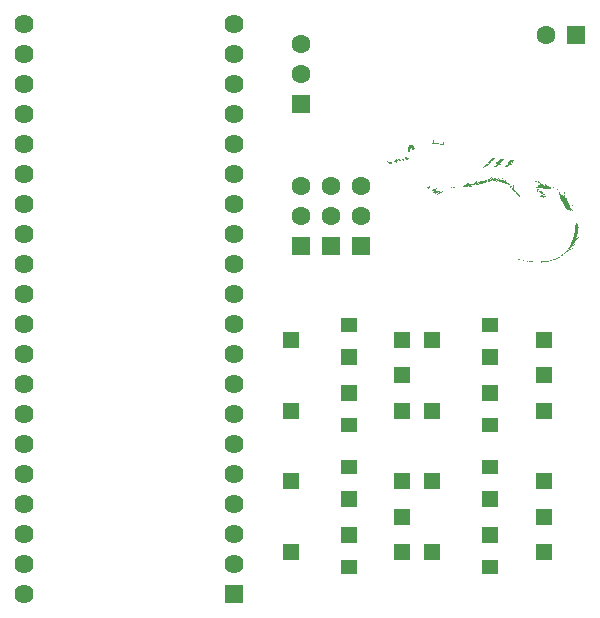
<source format=gts>
G04*
G04 #@! TF.GenerationSoftware,Altium Limited,Altium Designer,21.5.1 (32)*
G04*
G04 Layer_Color=8388736*
%FSLAX44Y44*%
%MOMM*%
G71*
G04*
G04 #@! TF.SameCoordinates,A6E62D76-81F8-4FAA-A2E2-D8AED4B4A1C6*
G04*
G04*
G04 #@! TF.FilePolarity,Negative*
G04*
G01*
G75*
%ADD15R,1.3500X1.1500*%
%ADD16R,1.3500X1.3500*%
%ADD17R,1.6000X1.6000*%
%ADD18C,1.6000*%
%ADD19C,1.6240*%
%ADD20R,1.6240X1.6240*%
%ADD21R,1.6000X1.6000*%
G36*
X361683Y398995D02*
X362003D01*
Y398835D01*
Y398675D01*
Y398515D01*
Y398355D01*
Y398195D01*
Y398035D01*
Y397875D01*
Y397715D01*
X361843D01*
Y397555D01*
Y397395D01*
Y397235D01*
Y397075D01*
Y396915D01*
X362803D01*
X362803Y396755D01*
X364082D01*
Y396595D01*
X365042D01*
Y396435D01*
X365842D01*
Y396275D01*
X366802D01*
Y396115D01*
X367762D01*
Y395955D01*
X369042D01*
Y395795D01*
X370002D01*
Y395955D01*
Y396115D01*
X370162D01*
Y396275D01*
Y396435D01*
Y396595D01*
Y396755D01*
Y396915D01*
Y397075D01*
Y397235D01*
Y397395D01*
Y397555D01*
X370642D01*
Y397395D01*
X371122D01*
Y397235D01*
Y397075D01*
Y396915D01*
X370962D01*
Y396755D01*
Y396595D01*
Y396435D01*
Y396275D01*
Y396115D01*
Y395955D01*
Y395795D01*
Y395635D01*
Y395475D01*
Y395315D01*
X370802D01*
Y395155D01*
X370802Y394995D01*
X370482D01*
X370482Y394835D01*
X369842D01*
Y394995D01*
X368562D01*
Y395155D01*
X367602D01*
Y395315D01*
X366962D01*
Y395475D01*
X366322D01*
Y395635D01*
X365522D01*
Y395795D01*
X364722Y395795D01*
Y395955D01*
X361683D01*
Y395795D01*
Y395635D01*
Y395475D01*
Y395315D01*
X361523D01*
Y395155D01*
X361203D01*
Y395315D01*
Y395475D01*
X361043D01*
Y395315D01*
X360723D01*
Y395475D01*
X360883D01*
Y395635D01*
Y395795D01*
Y395955D01*
Y396115D01*
Y396275D01*
Y396435D01*
Y396595D01*
X361043D01*
Y396755D01*
Y396915D01*
Y397075D01*
Y397235D01*
Y397395D01*
X361203D01*
Y397555D01*
Y397715D01*
Y397875D01*
Y398035D01*
Y398195D01*
X361363D01*
Y398355D01*
Y398515D01*
Y398675D01*
Y398835D01*
Y398995D01*
Y399155D01*
X361683D01*
Y398995D01*
D02*
G37*
G36*
X342964Y394995D02*
X343444D01*
Y394835D01*
X343764D01*
X343764Y394675D01*
X344084D01*
X344084Y394515D01*
X344404D01*
Y394355D01*
X344564D01*
Y394195D01*
X344724D01*
Y394035D01*
X344884D01*
Y393875D01*
Y393716D01*
X345044D01*
Y393555D01*
X345204D01*
Y393396D01*
X345364D01*
Y393236D01*
Y393075D01*
X345524D01*
Y392915D01*
Y392756D01*
Y392595D01*
X345684D01*
Y392436D01*
Y392276D01*
Y392116D01*
Y391956D01*
X345844D01*
Y391796D01*
X345684D01*
Y391636D01*
X345524D01*
Y391476D01*
X345364D01*
Y391316D01*
X345204Y391316D01*
Y391156D01*
X345044D01*
Y390996D01*
X344884D01*
Y390836D01*
X344724D01*
Y390676D01*
X344404D01*
Y390516D01*
X344244D01*
Y390356D01*
X343924D01*
Y390196D01*
X343764D01*
Y390036D01*
X343604D01*
Y390196D01*
Y390356D01*
Y390516D01*
Y390676D01*
Y390836D01*
Y390996D01*
Y391156D01*
Y391316D01*
Y391476D01*
X343444D01*
Y391636D01*
Y391796D01*
Y391956D01*
Y392116D01*
X343284D01*
X343284Y392276D01*
Y392436D01*
X343124Y392436D01*
Y392595D01*
Y392756D01*
X342964D01*
Y392915D01*
X342644D01*
Y392756D01*
Y392595D01*
X342484D01*
Y392436D01*
Y392276D01*
Y392116D01*
Y391956D01*
Y391796D01*
X342324D01*
Y391636D01*
Y391476D01*
Y391316D01*
Y391156D01*
Y390996D01*
Y390836D01*
X342164D01*
X342164Y390676D01*
X342004D01*
X342004Y390516D01*
X342164D01*
X342164Y390356D01*
X342164Y390196D01*
Y390036D01*
Y389876D01*
Y389716D01*
Y389556D01*
Y389396D01*
X341844D01*
Y389236D01*
X341204D01*
X341204Y389076D01*
X340564D01*
Y389236D01*
Y389396D01*
Y389556D01*
X340404D01*
Y389716D01*
X340404Y389876D01*
Y390036D01*
X340404Y390196D01*
X340244D01*
Y390356D01*
Y390516D01*
Y390676D01*
Y390836D01*
Y390996D01*
Y391156D01*
Y391316D01*
Y391476D01*
Y391636D01*
Y391796D01*
Y391956D01*
X340404D01*
Y392116D01*
Y392276D01*
Y392436D01*
Y392595D01*
X340564D01*
Y392756D01*
Y392915D01*
Y393075D01*
X340724Y393075D01*
Y393236D01*
Y393396D01*
X340884D01*
Y393555D01*
X340884Y393716D01*
X341044D01*
Y393875D01*
Y394035D01*
X341204D01*
Y394195D01*
Y394355D01*
X341364D01*
X341364Y394515D01*
X341524D01*
Y394675D01*
X341684D01*
Y394835D01*
X341844D01*
Y394995D01*
X342164D01*
X342164Y395155D01*
X342964D01*
Y394995D01*
D02*
G37*
G36*
X336405Y383316D02*
X336405Y383156D01*
X336565D01*
X336565Y382996D01*
Y382836D01*
X336725D01*
Y382676D01*
Y382516D01*
X336885D01*
Y382356D01*
Y382196D01*
Y382036D01*
Y381876D01*
Y381716D01*
Y381557D01*
X336565D01*
Y381716D01*
X336405D01*
Y381876D01*
X336245D01*
Y382036D01*
X336085D01*
Y382196D01*
X335765D01*
Y382356D01*
X335605D01*
Y382516D01*
X335285D01*
Y382676D01*
Y382836D01*
X335445D01*
Y382996D01*
X335605D01*
X335605Y383156D01*
X335605Y383316D01*
X335765Y383316D01*
Y383476D01*
X336405D01*
X336405Y383316D01*
D02*
G37*
G36*
X332885Y383316D02*
Y383156D01*
X333045D01*
Y382996D01*
X333205D01*
Y382836D01*
Y382676D01*
X333365D01*
Y382516D01*
X333525D01*
Y382356D01*
X333845D01*
Y382196D01*
X334165D01*
Y382036D01*
Y381876D01*
X334005D01*
Y381716D01*
Y381557D01*
Y381396D01*
X333845D01*
X333845Y381236D01*
Y381077D01*
Y380917D01*
X333685D01*
Y380756D01*
Y380597D01*
X333525D01*
Y380756D01*
X333365D01*
Y380917D01*
X333205D01*
Y381077D01*
X333045D01*
Y381236D01*
X332885D01*
Y381396D01*
X332725D01*
Y381557D01*
X332565D01*
Y381716D01*
X332245D01*
Y381876D01*
X331765D01*
Y381716D01*
X331445D01*
Y381557D01*
X331285D01*
Y381396D01*
Y381236D01*
X331125D01*
Y381077D01*
X330965D01*
Y380917D01*
X330805D01*
Y380756D01*
X330805Y380597D01*
X330645D01*
X330645Y380437D01*
Y380277D01*
X330485Y380277D01*
X330485Y380117D01*
X330485Y379957D01*
X330005D01*
X330005Y380117D01*
X329845D01*
Y380277D01*
X329525D01*
Y380437D01*
X329365D01*
X329365Y380597D01*
X329045D01*
Y380756D01*
X328725D01*
Y380917D01*
X328245D01*
Y381077D01*
Y381236D01*
X328405D01*
Y381396D01*
X328565D01*
Y381557D01*
X328885D01*
Y381716D01*
X329045D01*
Y381876D01*
X329205D01*
Y382036D01*
X329365D01*
Y382196D01*
X329685D01*
Y382356D01*
X329845D01*
Y382516D01*
X330005D01*
Y382676D01*
X330165D01*
Y382836D01*
X330485D01*
Y382676D01*
X330805D01*
Y382516D01*
X331605D01*
Y382676D01*
X331765D01*
Y382836D01*
X331925D01*
Y382996D01*
Y383156D01*
X332085D01*
Y383316D01*
X332245D01*
Y383476D01*
X332885D01*
Y383316D01*
D02*
G37*
G36*
X338645Y384436D02*
X338965D01*
Y384276D01*
X339285D01*
Y384116D01*
X339765Y384116D01*
Y383956D01*
X340084D01*
Y383796D01*
X340404D01*
X340404Y383636D01*
X340564D01*
Y383476D01*
X340884D01*
X340884Y383316D01*
X340884Y383156D01*
X340724D01*
Y382996D01*
X340564D01*
Y382836D01*
X340404D01*
Y382676D01*
X340084D01*
Y382516D01*
X339765D01*
Y382356D01*
X339445D01*
Y382196D01*
X338965D01*
Y382036D01*
X338645D01*
Y381876D01*
X338325D01*
Y382036D01*
Y382196D01*
X338165D01*
Y382356D01*
Y382516D01*
Y382676D01*
Y382836D01*
X338005D01*
Y382996D01*
X338005Y383156D01*
X337845D01*
Y383316D01*
Y383476D01*
X337685D01*
Y383636D01*
X337525D01*
Y383796D01*
Y383956D01*
Y384116D01*
X337685D01*
X337685Y384276D01*
X337845D01*
Y384436D01*
X338005D01*
Y384596D01*
X338645D01*
Y384436D01*
D02*
G37*
G36*
X411918Y383476D02*
X413838D01*
Y383316D01*
X413518D01*
Y383156D01*
X413358D01*
X413358Y382996D01*
X413518D01*
Y382836D01*
X413358D01*
Y382676D01*
X413198D01*
Y382516D01*
X413038D01*
Y382356D01*
X412718D01*
Y382196D01*
X412558D01*
Y382036D01*
X412238D01*
Y381876D01*
X411918Y381876D01*
Y381716D01*
X411758D01*
Y381557D01*
X412238D01*
Y381716D01*
X412878D01*
Y381557D01*
X412718D01*
Y381396D01*
X412398Y381396D01*
Y381236D01*
X412078D01*
Y381077D01*
X411438D01*
Y380917D01*
X410798D01*
Y380756D01*
X411119D01*
Y380597D01*
X411278D01*
X411278Y380756D01*
X412078D01*
Y380597D01*
X411758Y380597D01*
Y380437D01*
X411438D01*
Y380277D01*
X411278D01*
Y380117D01*
X410639D01*
Y379957D01*
X409999Y379957D01*
Y379797D01*
X410959D01*
Y379637D01*
X410798D01*
Y379477D01*
X410318Y379477D01*
Y379317D01*
X409839D01*
Y379157D01*
X409359D01*
Y378997D01*
X409519D01*
Y378837D01*
X409199D01*
Y378677D01*
X409039D01*
Y378517D01*
X408559D01*
Y378357D01*
X408399D01*
Y378197D01*
X407919D01*
Y378037D01*
X407759D01*
Y377877D01*
X408879D01*
Y377717D01*
X408559D01*
Y377557D01*
X408079D01*
Y377397D01*
X407599D01*
Y377237D01*
X407119D01*
Y377077D01*
X406799D01*
Y376917D01*
X406639D01*
Y376757D01*
X406479D01*
Y376597D01*
X406319D01*
Y376437D01*
X405999D01*
Y376277D01*
X405679D01*
Y376117D01*
X405199D01*
Y375957D01*
X404879D01*
Y375797D01*
X404399D01*
Y375637D01*
X403759D01*
Y375477D01*
X403279D01*
Y375317D01*
X402959D01*
Y375477D01*
X403119D01*
Y375637D01*
X403279D01*
Y375797D01*
X403599D01*
Y375957D01*
Y376117D01*
X403919D01*
Y376277D01*
X404079D01*
Y376437D01*
X404239D01*
X404239Y376597D01*
X404399Y376597D01*
Y376757D01*
X404559D01*
Y376917D01*
X404719D01*
Y377077D01*
X404239D01*
Y376917D01*
X403119D01*
Y377077D01*
X403439D01*
Y377237D01*
X404879D01*
Y377397D01*
X405359D01*
Y377557D01*
X405679D01*
Y377717D01*
X404719D01*
Y377877D01*
X404239D01*
Y378037D01*
X405839D01*
Y378197D01*
X406159D01*
Y378357D01*
X406639D01*
Y378517D01*
X406959Y378517D01*
Y378677D01*
X407279D01*
Y378837D01*
X407599Y378837D01*
Y378997D01*
X408239D01*
Y379157D01*
X408879D01*
Y379317D01*
X406319D01*
Y379157D01*
X405839D01*
Y379317D01*
Y379477D01*
X406799D01*
Y379637D01*
X407279Y379637D01*
Y379797D01*
X407599D01*
Y379957D01*
X407919D01*
Y380117D01*
X408239Y380117D01*
Y380277D01*
X408559D01*
Y380437D01*
X408719D01*
Y380597D01*
X408079D01*
Y380437D01*
X407439D01*
Y380597D01*
X407759D01*
Y380756D01*
X408399D01*
Y380917D01*
X408719D01*
Y381077D01*
X408879D01*
Y381236D01*
X409039D01*
X409039Y381396D01*
X409359D01*
Y381557D01*
X409519D01*
Y381716D01*
X409679D01*
Y381876D01*
X409839D01*
Y382036D01*
X409999D01*
Y382196D01*
X409519D01*
Y382036D01*
X408879D01*
Y382196D01*
X409359D01*
Y382356D01*
X409839D01*
Y382516D01*
X410159D01*
Y382676D01*
X410318D01*
Y382836D01*
X410639D01*
Y382996D01*
X410798D01*
X410798Y383156D01*
X410959D01*
Y383316D01*
X411119D01*
Y383476D01*
X409839Y383476D01*
Y383636D01*
X411918D01*
Y383476D01*
D02*
G37*
G36*
X428077Y382196D02*
X429517D01*
Y382036D01*
X429997D01*
Y381876D01*
X429677D01*
Y381716D01*
X429357D01*
Y381557D01*
X429197D01*
Y381396D01*
X428877Y381396D01*
X428877Y381236D01*
X428397D01*
Y381077D01*
X428077D01*
Y380917D01*
X428877D01*
X428877Y381077D01*
X429677D01*
Y380917D01*
X429357D01*
Y380756D01*
X429037D01*
Y380597D01*
X428877D01*
Y380437D01*
X428397D01*
Y380277D01*
X427917D01*
Y380117D01*
X427597D01*
Y379957D01*
X428557D01*
Y380117D01*
X429197Y380117D01*
Y379957D01*
X428877D01*
Y379797D01*
X428557D01*
Y379637D01*
X428237D01*
Y379477D01*
X428077D01*
Y379317D01*
X427757D01*
Y379157D01*
X427277D01*
Y378997D01*
X426957D01*
Y378837D01*
X426157Y378837D01*
Y378677D01*
X425837Y378677D01*
Y378517D01*
X427917D01*
Y378357D01*
X427437D01*
Y378197D01*
X427117D01*
Y378037D01*
X426637D01*
Y377877D01*
X425517D01*
Y377717D01*
X425357D01*
Y377557D01*
X425997D01*
Y377397D01*
X425517D01*
Y377237D01*
X425197D01*
Y377077D01*
X424397D01*
Y376917D01*
X423917D01*
Y376757D01*
X424877D01*
Y376597D01*
X424077D01*
Y376437D01*
X423117D01*
Y376277D01*
X422158D01*
Y376117D01*
X421998D01*
Y376277D01*
X421838D01*
Y376437D01*
X421998D01*
X421997Y376597D01*
X422158D01*
Y376757D01*
X422477D01*
Y376917D01*
X422798D01*
Y377077D01*
X423117D01*
Y377237D01*
X423277D01*
Y377397D01*
X423438D01*
Y377557D01*
X423757D01*
X423757Y377717D01*
X423917D01*
Y377877D01*
X424397D01*
Y378037D01*
X423917D01*
Y377877D01*
X423277Y377877D01*
Y378037D01*
X423757D01*
Y378197D01*
X424237D01*
Y378357D01*
X424557D01*
Y378517D01*
X423277D01*
X423278Y378677D01*
X423917D01*
X423917Y378837D01*
X424557D01*
Y378997D01*
X424717D01*
Y379157D01*
X425037D01*
Y379317D01*
X425357D01*
Y379477D01*
X423917D01*
Y379317D01*
X423438D01*
Y379477D01*
X423757D01*
Y379637D01*
X424237D01*
Y379797D01*
X424397D01*
X424397Y379957D01*
X424717D01*
X424717Y380117D01*
X424877D01*
Y380277D01*
X425037D01*
Y380437D01*
X425357D01*
X425357Y380597D01*
X425517D01*
Y380756D01*
X425677D01*
Y380917D01*
X425837D01*
Y381077D01*
X426157D01*
Y381236D01*
X426317D01*
Y381396D01*
X426637D01*
Y381557D01*
X426797D01*
Y381716D01*
X426957D01*
Y381876D01*
X427117D01*
Y382036D01*
X426477D01*
Y381876D01*
X425837D01*
Y381716D01*
X425357D01*
Y381876D01*
X425677Y381876D01*
Y382036D01*
X425997D01*
Y382196D01*
X426317D01*
Y382356D01*
X428077D01*
Y382196D01*
D02*
G37*
G36*
X418318Y383156D02*
X420398D01*
Y382996D01*
X421998D01*
Y382836D01*
Y382676D01*
X421358D01*
Y382516D01*
X420878D01*
Y382356D01*
X421358D01*
Y382196D01*
X421198D01*
Y382036D01*
X420718D01*
Y381876D01*
X420238D01*
Y381716D01*
Y381557D01*
X420558D01*
Y381716D01*
X421358D01*
Y381557D01*
X421038D01*
Y381396D01*
X420878Y381396D01*
Y381236D01*
X420718D01*
Y381077D01*
X420238D01*
Y380917D01*
X419758D01*
Y380756D01*
X418958D01*
X418958Y380597D01*
X419918D01*
Y380437D01*
X419598D01*
Y380277D01*
X419438Y380277D01*
Y380117D01*
X419118D01*
Y379957D01*
X418638D01*
Y379797D01*
X418318D01*
Y379637D01*
Y379477D01*
X418638D01*
Y379637D01*
X419118D01*
Y379797D01*
X419438D01*
Y379957D01*
X420078D01*
Y379797D01*
X419758D01*
Y379637D01*
X419598Y379637D01*
Y379477D01*
X419118D01*
Y379317D01*
X418478D01*
Y379157D01*
X418318D01*
Y378997D01*
X418638D01*
Y378837D01*
X417838D01*
X417838Y378677D01*
X417038Y378677D01*
Y378517D01*
X417038Y378357D01*
X417678D01*
Y378517D01*
X418638D01*
Y378357D01*
X418158D01*
X418158Y378197D01*
X417518D01*
Y378037D01*
X417038D01*
Y377877D01*
X417518D01*
Y377717D01*
X417038Y377717D01*
X417038Y377557D01*
X416558D01*
Y377397D01*
X415918D01*
Y377237D01*
X415278D01*
Y377077D01*
X414478D01*
Y376917D01*
X414638D01*
Y376757D01*
X414958D01*
Y376917D01*
X415918D01*
Y376757D01*
Y376597D01*
X415118D01*
Y376437D01*
X413518D01*
Y376277D01*
X413358D01*
Y376437D01*
X412878D01*
Y376277D01*
X412398D01*
Y376117D01*
X411758D01*
Y375957D01*
X411438D01*
Y376117D01*
Y376277D01*
X412078D01*
Y376437D01*
X412558D01*
Y376597D01*
X413038D01*
Y376757D01*
X413518D01*
Y376917D01*
X413678D01*
Y377077D01*
X413998D01*
Y377237D01*
X414478D01*
Y377397D01*
X414798D01*
Y377557D01*
X415278D01*
X415278Y377717D01*
X412558Y377717D01*
Y377877D01*
X413998D01*
Y378037D01*
X414478D01*
Y378197D01*
X414958D01*
Y378357D01*
X415598D01*
X415598Y378517D01*
X415438D01*
Y378677D01*
X414158D01*
Y378837D01*
X413358D01*
Y378997D01*
X414958D01*
Y379157D01*
X414798D01*
Y379317D01*
X414318D01*
Y379477D01*
X413198D01*
Y379637D01*
X414318D01*
Y379797D01*
X414798D01*
Y379957D01*
X415118Y379957D01*
Y380117D01*
X415438D01*
Y380277D01*
X415758Y380277D01*
Y380437D01*
X416238D01*
Y380597D01*
X416398D01*
Y380756D01*
X416718D01*
X416718Y380917D01*
X417038D01*
X417038Y381077D01*
X417358D01*
Y381236D01*
X417518D01*
X417518Y381396D01*
X417838D01*
Y381557D01*
X417358D01*
X417358Y381396D01*
X416718D01*
X416718Y381236D01*
X416398D01*
Y381077D01*
X415918D01*
Y381236D01*
X416238D01*
Y381396D01*
X416558D01*
Y381557D01*
X416878D01*
Y381716D01*
X417198D01*
Y381876D01*
X417358D01*
Y382036D01*
X417678D01*
Y382196D01*
X417838D01*
Y382356D01*
X417998D01*
X417998Y382516D01*
X418318D01*
Y382676D01*
X418478D01*
Y382836D01*
X417838D01*
Y382676D01*
X417358D01*
Y382516D01*
X416878D01*
Y382676D01*
X417198D01*
Y382836D01*
X417518D01*
Y382996D01*
X417838D01*
Y383156D01*
X418158D01*
X418158Y383316D01*
X418318D01*
Y383156D01*
D02*
G37*
G36*
X322966Y380756D02*
X323606D01*
Y380597D01*
X324406Y380597D01*
Y380437D01*
X326646D01*
Y380597D01*
X327285D01*
Y380437D01*
X327126D01*
Y380277D01*
Y380117D01*
X326965D01*
Y379957D01*
Y379797D01*
Y379637D01*
X326806Y379637D01*
Y379477D01*
Y379317D01*
Y379157D01*
X326646D01*
Y378997D01*
Y378837D01*
Y378677D01*
Y378517D01*
Y378357D01*
X326486D01*
Y378517D01*
X325846Y378517D01*
Y378677D01*
X325366Y378677D01*
X325366Y378837D01*
X325046D01*
Y378997D01*
X324566D01*
Y379157D01*
X324246D01*
Y379317D01*
X324086Y379317D01*
Y379477D01*
X323766D01*
Y379637D01*
X323606Y379637D01*
Y379797D01*
X323446D01*
Y379957D01*
X323286D01*
Y380117D01*
X323126D01*
Y380277D01*
X322966Y380277D01*
Y380437D01*
X322806D01*
Y380597D01*
X322646D01*
Y380756D01*
Y380917D01*
X322966D01*
Y380756D01*
D02*
G37*
G36*
X415918Y367798D02*
X416078D01*
Y367638D01*
X416238D01*
Y367478D01*
Y367318D01*
X416398D01*
Y367158D01*
X416558D01*
Y366998D01*
X416718Y366998D01*
Y366838D01*
X416878D01*
Y366678D01*
X417038D01*
Y366518D01*
X417198D01*
Y366358D01*
X417358D01*
X417358Y366198D01*
X417678D01*
Y366038D01*
X417838D01*
Y365878D01*
X418158D01*
Y365718D01*
X418478D01*
Y365558D01*
X418798D01*
Y365398D01*
X419118D01*
Y365238D01*
X419438D01*
Y365078D01*
X419758D01*
Y364918D01*
X420398D01*
Y365078D01*
X420238D01*
Y365238D01*
Y365398D01*
Y365558D01*
Y365718D01*
Y365878D01*
X420078D01*
Y366038D01*
Y366198D01*
X419918D01*
Y366358D01*
Y366518D01*
Y366678D01*
X419758D01*
Y366838D01*
Y366998D01*
X419918D01*
Y366838D01*
X420078D01*
Y366678D01*
Y366518D01*
X420238D01*
Y366358D01*
Y366198D01*
X420398D01*
Y366038D01*
Y365878D01*
X420558D01*
Y365718D01*
X420718D01*
Y365558D01*
X420878D01*
Y365398D01*
Y365238D01*
X421198D01*
Y365078D01*
X421358D01*
Y364918D01*
X421518D01*
Y364758D01*
X421678D01*
X421678Y364598D01*
X421838D01*
Y364438D01*
X421998D01*
Y364278D01*
X422477D01*
Y364438D01*
Y364598D01*
Y364758D01*
Y364918D01*
Y365078D01*
Y365238D01*
Y365398D01*
Y365558D01*
X422477Y365718D01*
X422477Y365878D01*
X422637D01*
X422637Y365718D01*
X422637Y365558D01*
Y365398D01*
X422798D01*
Y365238D01*
Y365078D01*
Y364918D01*
Y364758D01*
X422957D01*
X422957Y364598D01*
X422957Y364438D01*
X423117D01*
Y364278D01*
X423277D01*
Y364118D01*
Y363958D01*
X423438D01*
Y363798D01*
X423597D01*
X423597Y363638D01*
Y363478D01*
X423757D01*
Y363318D01*
X423917D01*
Y363158D01*
X424077D01*
Y362998D01*
X424237D01*
Y362838D01*
Y362678D01*
X424557D01*
Y362838D01*
Y362998D01*
Y363158D01*
X424717D01*
X424717Y363318D01*
Y363478D01*
Y363638D01*
Y363798D01*
Y363958D01*
Y364118D01*
Y364278D01*
X424877D01*
Y364438D01*
Y364598D01*
X425037D01*
Y364438D01*
Y364278D01*
Y364118D01*
Y363958D01*
Y363798D01*
Y363638D01*
Y363478D01*
Y363318D01*
X425197D01*
Y363158D01*
Y362998D01*
Y362838D01*
X425357D01*
Y362678D01*
Y362518D01*
Y362358D01*
X425517D01*
Y362198D01*
X425677D01*
Y362038D01*
Y361878D01*
X425837D01*
Y361718D01*
Y361558D01*
X425997D01*
Y361718D01*
X426157D01*
Y361878D01*
Y362038D01*
X426317D01*
Y362198D01*
Y362358D01*
Y362518D01*
Y362678D01*
Y362838D01*
Y362998D01*
Y363158D01*
Y363318D01*
Y363478D01*
X426477D01*
Y363638D01*
X426317D01*
Y363798D01*
X426637D01*
Y363638D01*
Y363478D01*
Y363318D01*
Y363158D01*
Y362998D01*
Y362838D01*
Y362678D01*
Y362518D01*
Y362358D01*
Y362198D01*
Y362038D01*
Y361878D01*
Y361718D01*
Y361558D01*
Y361398D01*
X426797D01*
Y361238D01*
Y361078D01*
Y360918D01*
X426957D01*
Y360758D01*
Y360598D01*
Y360438D01*
X427117D01*
Y360278D01*
Y360118D01*
Y359958D01*
X427277D01*
Y360118D01*
X427437D01*
Y360278D01*
Y360438D01*
Y360598D01*
Y360758D01*
Y360918D01*
Y361078D01*
Y361238D01*
X427597D01*
Y361398D01*
Y361558D01*
X427757D01*
Y361398D01*
Y361238D01*
Y361078D01*
X427757Y360918D01*
Y360758D01*
X427757Y360598D01*
Y360438D01*
Y360278D01*
Y360118D01*
X427597D01*
Y359958D01*
Y359798D01*
Y359638D01*
X427437D01*
Y359478D01*
Y359318D01*
Y359158D01*
Y358998D01*
Y358838D01*
Y358678D01*
Y358518D01*
Y358358D01*
X427277D01*
Y358518D01*
Y358678D01*
X427117D01*
Y358838D01*
X426957D01*
Y358998D01*
Y359158D01*
X426797D01*
Y359318D01*
Y359478D01*
X426637D01*
Y359638D01*
Y359798D01*
Y359958D01*
Y360118D01*
Y360278D01*
X426477D01*
Y360438D01*
Y360598D01*
Y360758D01*
X426317D01*
Y360918D01*
Y361078D01*
Y361238D01*
Y361398D01*
X426157D01*
Y361238D01*
Y361078D01*
Y360918D01*
Y360758D01*
Y360598D01*
Y360438D01*
Y360278D01*
Y360118D01*
Y359958D01*
Y359798D01*
X425997D01*
Y359958D01*
X425837D01*
Y360118D01*
X425677D01*
Y360278D01*
X425517D01*
Y360438D01*
X425357D01*
Y360598D01*
X425197D01*
Y360758D01*
X425037D01*
Y360918D01*
X424877D01*
Y361078D01*
X424717D01*
Y361238D01*
X424717Y361398D01*
X424557D01*
Y361558D01*
Y361718D01*
X424397D01*
X424397Y361878D01*
X424397Y362038D01*
X424077D01*
X424077Y362198D01*
X424077Y362358D01*
X423917D01*
Y362518D01*
Y362678D01*
X423757D01*
Y362838D01*
X423757Y362998D01*
X423597D01*
Y362838D01*
Y362678D01*
X423757D01*
Y362518D01*
Y362358D01*
Y362198D01*
X423917D01*
X423917Y362038D01*
X423917Y361878D01*
X423917Y361718D01*
Y361558D01*
X423757D01*
X423757Y361718D01*
X423438D01*
Y361878D01*
X423117D01*
Y362038D01*
X422637D01*
X422637Y362198D01*
X422318D01*
Y362358D01*
X421838D01*
Y362518D01*
X421358D01*
Y362678D01*
X420878D01*
Y362838D01*
X420398D01*
Y362998D01*
X419918D01*
Y363158D01*
X419438D01*
Y363318D01*
X418958D01*
Y363478D01*
X418478D01*
Y363638D01*
X417998D01*
X417998Y363798D01*
X417678D01*
Y363958D01*
X417198D01*
Y364118D01*
X416878D01*
Y364278D01*
X416558D01*
Y364438D01*
X416238D01*
Y364598D01*
X415918D01*
Y364758D01*
X415758D01*
X415758Y364918D01*
X415598D01*
Y365078D01*
X415278D01*
Y365238D01*
X415118D01*
Y365398D01*
X414958D01*
Y365558D01*
X414798D01*
Y365398D01*
Y365238D01*
X414958D01*
Y365078D01*
Y364918D01*
X415118D01*
Y364758D01*
Y364598D01*
Y364438D01*
X415278D01*
Y364278D01*
X415438D01*
Y364118D01*
Y363958D01*
Y363798D01*
X415278D01*
Y363958D01*
X415118D01*
Y364118D01*
X414798D01*
Y364278D01*
X414638D01*
Y364438D01*
X414478D01*
Y364598D01*
X414318D01*
Y364758D01*
X414158D01*
Y364918D01*
X413838D01*
Y365078D01*
X413678D01*
Y365238D01*
X413518D01*
Y365398D01*
X413358D01*
X413358Y365238D01*
Y365078D01*
X413518D01*
Y364918D01*
X413678D01*
Y364758D01*
Y364598D01*
Y364438D01*
Y364278D01*
X413838D01*
Y364118D01*
X413998D01*
Y363958D01*
X413678D01*
Y364118D01*
X413518D01*
Y364278D01*
X412878D01*
Y364438D01*
X412398D01*
Y364598D01*
X412078D01*
Y364758D01*
X411918D01*
Y364918D01*
X411758D01*
Y365078D01*
X411438D01*
Y365238D01*
X411278D01*
Y365398D01*
Y365558D01*
X410959D01*
Y365398D01*
Y365238D01*
X411119D01*
Y365078D01*
X411119Y364918D01*
X411278Y364918D01*
Y364758D01*
Y364598D01*
X411438D01*
Y364438D01*
Y364278D01*
X411598D01*
Y364118D01*
X411598Y363958D01*
X411758D01*
X411758Y363798D01*
Y363638D01*
X411598D01*
X411598Y363798D01*
X411438D01*
Y363958D01*
X411119D01*
Y364118D01*
X410798D01*
Y364278D01*
X410639D01*
Y364438D01*
X410159D01*
Y364598D01*
X409999D01*
Y364758D01*
X409679D01*
Y364918D01*
X409519Y364918D01*
X409519Y365078D01*
X409199D01*
Y364918D01*
X409359D01*
Y364758D01*
X409519D01*
Y364598D01*
X409679Y364598D01*
Y364438D01*
X409839D01*
Y364278D01*
X409999D01*
Y364118D01*
X409999Y363958D01*
X410159Y363958D01*
Y363798D01*
X410318D01*
Y363638D01*
X409679D01*
Y363798D01*
X408879D01*
Y363958D01*
X408239D01*
Y364118D01*
X407919D01*
Y364278D01*
X407279D01*
Y364438D01*
X406799D01*
Y364598D01*
X406159D01*
Y364758D01*
X405679D01*
Y364918D01*
X405519D01*
Y365078D01*
X405199D01*
Y365238D01*
X405039D01*
Y365398D01*
X404879D01*
Y365558D01*
X404559D01*
Y365718D01*
X404399D01*
Y365878D01*
X404559D01*
Y365718D01*
X404879D01*
Y365558D01*
X405199D01*
Y365398D01*
X405519D01*
Y365238D01*
X405679D01*
Y365078D01*
X406159D01*
Y364918D01*
X406799D01*
Y364758D01*
X408079D01*
Y364918D01*
Y365078D01*
X407919Y365078D01*
Y365238D01*
Y365398D01*
X407759D01*
Y365558D01*
X407919D01*
Y365398D01*
X408079D01*
Y365238D01*
X408239D01*
Y365398D01*
Y365558D01*
Y365718D01*
X408079D01*
Y365878D01*
Y366038D01*
Y366198D01*
Y366358D01*
X407919D01*
Y366518D01*
X407759D01*
Y366678D01*
Y366838D01*
X407599D01*
Y366998D01*
X407759D01*
Y366838D01*
X408079D01*
Y366678D01*
Y366518D01*
X408239D01*
Y366358D01*
X408559Y366358D01*
Y366198D01*
X408719D01*
Y366038D01*
X409039Y366038D01*
Y365878D01*
X409519D01*
Y365718D01*
X409839D01*
Y365558D01*
X410159D01*
Y365398D01*
X410479D01*
Y365558D01*
Y365718D01*
Y365878D01*
X410318D01*
Y366038D01*
Y366198D01*
X410159D01*
Y366358D01*
X409999D01*
Y366518D01*
Y366678D01*
X409839D01*
Y366838D01*
Y366998D01*
X409679D01*
Y367158D01*
X409839D01*
Y366998D01*
X409999Y366998D01*
Y366838D01*
Y366678D01*
X410159D01*
Y366518D01*
X410318D01*
Y366358D01*
X410479Y366358D01*
X410479Y366198D01*
X410639D01*
Y366038D01*
X410959D01*
Y365878D01*
X411438D01*
Y366038D01*
X411278D01*
Y366198D01*
Y366358D01*
Y366518D01*
X411119D01*
Y366678D01*
Y366838D01*
X410959D01*
Y366998D01*
Y367158D01*
X410798Y367158D01*
Y367318D01*
Y367478D01*
X410959D01*
Y367318D01*
X411119D01*
Y367158D01*
X411278Y367158D01*
X411278Y366998D01*
X411438D01*
Y366838D01*
X411598Y366838D01*
Y366678D01*
X411758D01*
Y366518D01*
X412078D01*
Y366358D01*
X412398D01*
Y366198D01*
X412718Y366198D01*
Y366358D01*
Y366518D01*
X412558D01*
Y366678D01*
Y366838D01*
Y366998D01*
X412398D01*
Y367158D01*
Y367318D01*
Y367478D01*
X412238D01*
Y367638D01*
X412078D01*
Y367798D01*
Y367958D01*
X412398D01*
Y367798D01*
Y367638D01*
X412558Y367638D01*
Y367478D01*
Y367318D01*
X412718D01*
Y367158D01*
X412878Y367158D01*
Y366998D01*
X413198D01*
Y366838D01*
X413358D01*
Y366678D01*
X413838D01*
Y366518D01*
X413998D01*
Y366678D01*
X413838D01*
Y366838D01*
Y366998D01*
X413678D01*
Y367158D01*
Y367318D01*
X413518D01*
Y367478D01*
X413678D01*
Y367318D01*
X413838D01*
Y367158D01*
X413998Y367158D01*
Y366998D01*
X414158D01*
Y366838D01*
Y366678D01*
X414318D01*
Y366518D01*
X414478D01*
Y366358D01*
X414798Y366358D01*
Y366198D01*
X415278D01*
Y366038D01*
X415758Y366038D01*
Y365878D01*
X416238D01*
Y365718D01*
X416718D01*
Y365558D01*
X416878D01*
Y365718D01*
Y365878D01*
X416718D01*
X416718Y366038D01*
Y366198D01*
X416718Y366358D01*
X416558Y366358D01*
Y366518D01*
Y366678D01*
X416398D01*
Y366838D01*
X416238D01*
Y366998D01*
Y367158D01*
X416078D01*
Y367318D01*
Y367478D01*
X415918D01*
Y367638D01*
X415758Y367638D01*
Y367798D01*
X415758Y367958D01*
X415918D01*
Y367798D01*
D02*
G37*
G36*
X452715Y364118D02*
X452875D01*
Y363958D01*
X452715Y363958D01*
Y364118D01*
X452555D01*
Y364278D01*
X452715D01*
Y364118D01*
D02*
G37*
G36*
X399759Y365078D02*
X400079Y365078D01*
Y364918D01*
X400399D01*
Y364758D01*
X400719D01*
Y364598D01*
X401199Y364598D01*
Y364438D01*
X404559D01*
Y364598D01*
X405839D01*
Y364438D01*
X406319D01*
Y364278D01*
X406799D01*
Y364118D01*
X407119D01*
Y363958D01*
X407439D01*
Y363798D01*
X407599D01*
Y363638D01*
X407919D01*
Y363478D01*
Y363318D01*
X406799D01*
Y363158D01*
X405839D01*
Y362998D01*
X404879D01*
Y362838D01*
X402479D01*
Y362998D01*
X401519D01*
Y363158D01*
X401039D01*
Y362998D01*
X401359D01*
Y362838D01*
X401839D01*
Y362678D01*
X402479D01*
Y362518D01*
X403119D01*
Y362358D01*
X403919D01*
Y362198D01*
X404559D01*
Y362038D01*
X405039D01*
Y361878D01*
X404239D01*
X404239Y361718D01*
X401839D01*
Y361878D01*
X400719D01*
Y362038D01*
X400239D01*
Y362198D01*
X399919D01*
Y362358D01*
X399599D01*
Y362518D01*
X399440D01*
Y362678D01*
X399280D01*
Y362838D01*
X399119D01*
Y362998D01*
Y363158D01*
Y363318D01*
X398960D01*
Y363478D01*
X398800D01*
Y363638D01*
X398479D01*
Y363798D01*
X398320D01*
Y363958D01*
X398000D01*
Y364118D01*
X397840D01*
Y364278D01*
X397680D01*
Y364438D01*
X397520D01*
Y364598D01*
X397680D01*
Y364438D01*
X398000D01*
Y364278D01*
X398320D01*
Y364118D01*
X398479D01*
Y363958D01*
X398639D01*
Y363798D01*
X398960D01*
Y363638D01*
X399599D01*
Y363478D01*
X400239D01*
Y363318D01*
X401839D01*
Y363478D01*
X401679D01*
Y363638D01*
X401519D01*
Y363798D01*
X401359D01*
Y363958D01*
X401199D01*
Y364118D01*
X400879D01*
Y364278D01*
X400719D01*
Y364438D01*
X400559D01*
Y364598D01*
X400239D01*
Y364758D01*
X399919D01*
Y364918D01*
X399759Y364918D01*
Y365078D01*
X399599Y365078D01*
Y365238D01*
X399759D01*
X399759Y365078D01*
D02*
G37*
G36*
X450155Y365558D02*
Y365398D01*
X450315D01*
X450315Y365238D01*
Y365078D01*
X450315Y364918D01*
X450475D01*
Y364758D01*
Y364598D01*
X450635Y364598D01*
Y364438D01*
Y364278D01*
X450795D01*
Y364118D01*
X450955D01*
Y363958D01*
X451115Y363958D01*
Y363798D01*
X451275D01*
Y363638D01*
Y363478D01*
X451435D01*
Y363318D01*
X451755D01*
X451755Y363158D01*
X451915D01*
Y362998D01*
X452075D01*
Y362838D01*
X452235D01*
Y362678D01*
X452555D01*
Y362518D01*
X452715D01*
Y362358D01*
X452875D01*
Y362198D01*
X453195D01*
Y362038D01*
X453515D01*
Y362198D01*
X453355D01*
Y362358D01*
Y362518D01*
X453195D01*
Y362678D01*
Y362838D01*
X453035D01*
X453035Y362998D01*
Y363158D01*
X452875D01*
Y363318D01*
Y363478D01*
X452715D01*
Y363638D01*
X452875D01*
Y363798D01*
X453035D01*
Y363638D01*
Y363478D01*
X453195D01*
Y363318D01*
Y363158D01*
Y362998D01*
X453355D01*
Y362838D01*
Y362678D01*
X453515D01*
Y362518D01*
X453675D01*
Y362358D01*
Y362198D01*
X453835D01*
Y362038D01*
X453995D01*
Y361878D01*
X454155Y361878D01*
Y361718D01*
X454315D01*
Y361558D01*
X454475D01*
Y361398D01*
X454635D01*
Y361238D01*
X454795D01*
Y361078D01*
X454955D01*
Y360918D01*
X455275D01*
Y360758D01*
X455435D01*
Y360598D01*
X455755D01*
Y360438D01*
X455915D01*
Y360278D01*
X456075D01*
Y360118D01*
X456395D01*
X456395Y359958D01*
X456715D01*
Y360118D01*
X456555D01*
Y360278D01*
Y360438D01*
Y360598D01*
Y360758D01*
X456395D01*
Y360918D01*
Y361078D01*
Y361238D01*
X456235D01*
Y361398D01*
Y361558D01*
Y361718D01*
X456075D01*
Y361878D01*
Y362038D01*
Y362198D01*
X455915D01*
Y362358D01*
Y362518D01*
X455755D01*
Y362678D01*
Y362838D01*
X455595D01*
Y362998D01*
Y363158D01*
Y363318D01*
X455435D01*
Y363478D01*
X455595D01*
Y363318D01*
X455755D01*
Y363158D01*
Y362998D01*
X455915D01*
Y362838D01*
Y362678D01*
X456075D01*
Y362518D01*
Y362358D01*
X456235D01*
Y362198D01*
Y362038D01*
X456395D01*
Y361878D01*
X456555D01*
Y361718D01*
X456715D01*
Y361558D01*
X456875D01*
Y361398D01*
X457035D01*
Y361238D01*
X457195D01*
Y361078D01*
X457515D01*
Y360918D01*
X457674D01*
Y360758D01*
X457994D01*
Y360598D01*
X458154D01*
Y360438D01*
X458475D01*
Y360278D01*
X458795D01*
Y360118D01*
X459114D01*
Y359958D01*
X459434D01*
Y359798D01*
X459754D01*
Y359638D01*
X460074D01*
Y359478D01*
X460394D01*
Y359318D01*
X460714D01*
Y359158D01*
X460874D01*
Y358998D01*
X461194D01*
Y358838D01*
X461514D01*
Y358678D01*
X461674D01*
Y358518D01*
X461994D01*
Y358358D01*
Y358199D01*
X461674D01*
Y358038D01*
X461354D01*
X461354Y357878D01*
X460394D01*
Y357719D01*
X459594D01*
Y357878D01*
X457994D01*
Y358038D01*
X454795D01*
Y358199D01*
X453195D01*
Y358358D01*
X451915D01*
Y358518D01*
X450635D01*
Y358678D01*
X449835D01*
Y358838D01*
X448875D01*
Y358998D01*
X448555D01*
Y359158D01*
Y359318D01*
X448715D01*
Y359478D01*
X449035D01*
Y359638D01*
X449995D01*
Y359798D01*
X450315D01*
Y359958D01*
X450475D01*
Y360118D01*
Y360278D01*
Y360438D01*
X450315D01*
Y360598D01*
Y360758D01*
X449995D01*
Y360918D01*
X450475D01*
Y361078D01*
X450955D01*
Y361238D01*
X451595D01*
X451595Y361398D01*
X451755Y361398D01*
Y361558D01*
X451915D01*
Y361718D01*
Y361878D01*
X452075D01*
Y362038D01*
Y362198D01*
X451915D01*
Y362358D01*
Y362518D01*
X451755D01*
Y362678D01*
X451435D01*
Y362838D01*
X450955D01*
Y362998D01*
X450475D01*
Y363158D01*
X450155D01*
Y363318D01*
X449835D01*
Y363478D01*
X449355D01*
Y363638D01*
X448875D01*
Y363798D01*
X448395D01*
Y363958D01*
X447915Y363958D01*
Y364118D01*
Y364278D01*
X448235D01*
Y364438D01*
X448555D01*
Y364598D01*
X448715D01*
Y364758D01*
X448875D01*
Y364598D01*
X449035Y364598D01*
Y364438D01*
X449195D01*
Y364278D01*
X449355D01*
Y364118D01*
X449515D01*
Y363958D01*
X449835Y363958D01*
Y363798D01*
X449995D01*
Y363638D01*
X450155D01*
Y363478D01*
X450315D01*
Y363318D01*
X450635D01*
Y363158D01*
X450795D01*
Y363318D01*
Y363478D01*
Y363638D01*
X450635D01*
Y363798D01*
Y363958D01*
Y364118D01*
X450475D01*
Y364278D01*
Y364438D01*
X450315D01*
Y364598D01*
Y364758D01*
Y364918D01*
X450155Y364918D01*
Y365078D01*
Y365238D01*
X449995D01*
Y365398D01*
Y365558D01*
Y365718D01*
X450155D01*
Y365558D01*
D02*
G37*
G36*
X396400Y363958D02*
X396560D01*
Y363798D01*
X396720D01*
Y363638D01*
X397040D01*
Y363478D01*
X397200D01*
Y363318D01*
X397680D01*
Y363158D01*
X398479D01*
Y362998D01*
X398800D01*
Y362838D01*
X398960D01*
Y362678D01*
X399119D01*
Y362518D01*
Y362358D01*
X399280D01*
Y362198D01*
X399440D01*
Y362038D01*
X399599D01*
Y361878D01*
X399759D01*
Y361718D01*
X399919D01*
Y361558D01*
X400079D01*
Y361398D01*
X400239D01*
Y361238D01*
Y361078D01*
X399599D01*
Y361238D01*
X398479D01*
Y361398D01*
X398160Y361398D01*
Y361558D01*
X397520D01*
Y361718D01*
X397360D01*
Y361878D01*
X397040D01*
Y362038D01*
X396880D01*
Y361878D01*
Y361718D01*
X397040D01*
Y361558D01*
X397200D01*
Y361398D01*
X397520D01*
Y361238D01*
X397680D01*
Y361078D01*
X397840D01*
Y360918D01*
X398000D01*
Y360758D01*
X397360D01*
Y360598D01*
X394640D01*
Y360758D01*
X394000Y360758D01*
X394000Y360918D01*
X393360D01*
Y361078D01*
X393040D01*
X393040Y360918D01*
X393200D01*
Y360758D01*
X393360D01*
Y360598D01*
X393680D01*
Y360438D01*
X393840D01*
Y360278D01*
X394160D01*
Y360118D01*
X394320D01*
Y359958D01*
X394640D01*
Y359798D01*
X394800D01*
Y359638D01*
X392080D01*
Y359798D01*
X390960D01*
Y359958D01*
X390480D01*
X390480Y360118D01*
X390000D01*
X390000Y359958D01*
X390320D01*
Y359798D01*
X390640D01*
Y359638D01*
X391120D01*
Y359478D01*
X391280D01*
Y359318D01*
X391600Y359318D01*
Y359158D01*
X390640D01*
Y359318D01*
X389200D01*
Y359478D01*
X387920D01*
Y359638D01*
X386800D01*
Y359798D01*
Y359958D01*
X388240D01*
Y360118D01*
X388080D01*
Y360278D01*
X387920D01*
Y360438D01*
X387761D01*
Y360598D01*
X387600D01*
Y360758D01*
X387440D01*
Y360918D01*
X387121D01*
Y361078D01*
X386960D01*
Y361238D01*
X386800D01*
Y361398D01*
X386641Y361398D01*
Y361558D01*
X386960D01*
Y361398D01*
X387121D01*
Y361238D01*
X387440D01*
Y361078D01*
X389360D01*
Y361238D01*
X389520D01*
Y361398D01*
X389200D01*
Y361558D01*
X388880D01*
X388880Y361718D01*
X388560D01*
X388560Y361878D01*
X388400D01*
Y362038D01*
X388240D01*
X388240Y362198D01*
X388400D01*
Y362038D01*
X388880D01*
Y361878D01*
X389360Y361878D01*
Y361718D01*
X389840D01*
X389840Y361558D01*
X391280D01*
Y361718D01*
X391120D01*
Y361878D01*
X390800D01*
Y362038D01*
X390640D01*
Y362198D01*
X390320D01*
Y362358D01*
X390160D01*
Y362518D01*
X389840D01*
Y362678D01*
X389520D01*
Y362838D01*
Y362998D01*
X389680D01*
Y362838D01*
X390000D01*
Y362678D01*
X390480D01*
Y362518D01*
X390960D01*
Y362358D01*
X392080D01*
Y362198D01*
X395920D01*
Y362358D01*
X396400D01*
Y362518D01*
X396240D01*
Y362678D01*
X396080D01*
Y362838D01*
X395920D01*
Y362998D01*
X395760D01*
Y363158D01*
X395440D01*
Y363318D01*
X395280D01*
Y363478D01*
X395120D01*
Y363638D01*
X394800D01*
Y363798D01*
X394640D01*
Y363958D01*
X394800D01*
Y363798D01*
X395120D01*
Y363638D01*
X395440D01*
Y363478D01*
X395760D01*
Y363318D01*
X395920D01*
Y363158D01*
X396240D01*
Y362998D01*
X396560D01*
Y362838D01*
X397200D01*
Y362678D01*
X397520D01*
Y362838D01*
Y362998D01*
X397360D01*
Y363158D01*
X397040D01*
Y363318D01*
X396880D01*
Y363478D01*
X396560D01*
Y363638D01*
X396400D01*
Y363798D01*
X396240D01*
Y363958D01*
X396080D01*
Y364118D01*
X396400D01*
Y363958D01*
D02*
G37*
G36*
X462314Y360598D02*
X462154D01*
Y360758D01*
X462314D01*
X462314Y360598D01*
D02*
G37*
G36*
X358323Y359958D02*
X359123D01*
Y359798D01*
X358963D01*
Y359638D01*
Y359478D01*
X358803D01*
Y359318D01*
Y359158D01*
X358643D01*
Y358998D01*
Y358838D01*
X358483D01*
Y358678D01*
Y358518D01*
X358323D01*
Y358358D01*
Y358199D01*
X358163D01*
Y358038D01*
Y357878D01*
X357843D01*
Y357719D01*
X357523D01*
Y357559D01*
X357203D01*
Y357398D01*
X356883D01*
Y357239D01*
X356723D01*
Y357079D01*
X356403D01*
Y357239D01*
Y357398D01*
X356563D01*
Y357559D01*
Y357719D01*
Y357878D01*
X356723D01*
Y358038D01*
X356883D01*
Y358199D01*
X357043D01*
Y358358D01*
Y358518D01*
X357203D01*
Y358678D01*
Y358838D01*
X357363D01*
Y358998D01*
X357523D01*
Y359158D01*
X357203D01*
Y358998D01*
X357043D01*
Y358838D01*
X356883D01*
X356883Y358678D01*
X356403D01*
Y358518D01*
X356243D01*
Y358358D01*
X356083D01*
Y358199D01*
X355763D01*
Y358038D01*
X355443D01*
Y357878D01*
X355283D01*
Y357719D01*
X354963D01*
Y357559D01*
X354803D01*
Y357398D01*
X354643D01*
Y357239D01*
X354323D01*
Y357398D01*
X354483D01*
Y357559D01*
Y357719D01*
X354803D01*
Y357878D01*
X355123D01*
Y358038D01*
X355283D01*
Y358199D01*
X355603D01*
Y358358D01*
X355763D01*
Y358518D01*
X356083D01*
Y358678D01*
X356243D01*
Y358838D01*
X356563D01*
Y358998D01*
X356723D01*
Y359158D01*
X357043D01*
Y359318D01*
X357203Y359318D01*
Y359478D01*
X357363D01*
Y359638D01*
X357683D01*
Y359798D01*
X357843D01*
Y359958D01*
X358003D01*
Y360118D01*
X358323D01*
Y359958D01*
D02*
G37*
G36*
X382321Y359478D02*
X385201D01*
Y359318D01*
X385361D01*
Y359158D01*
X385841D01*
Y358998D01*
X380561D01*
Y359158D01*
X379921D01*
Y358998D01*
X380081D01*
Y358838D01*
X380241D01*
Y358678D01*
X380401D01*
Y358518D01*
X380721D01*
Y358358D01*
X380401D01*
Y358518D01*
X379761D01*
Y358678D01*
X378801D01*
X378801Y358838D01*
X378001D01*
X378001Y358998D01*
X377521D01*
Y358838D01*
X377681D01*
Y358678D01*
X377841D01*
Y358518D01*
X378001D01*
Y358358D01*
X378161D01*
Y358199D01*
X377841D01*
Y358358D01*
X377361D01*
Y358518D01*
X376721D01*
Y358678D01*
X376241D01*
Y358838D01*
X376401D01*
Y358998D01*
X377041D01*
Y359158D01*
X377841D01*
Y359318D01*
X378961D01*
Y359478D01*
X380081D01*
Y359638D01*
X382321D01*
Y359478D01*
D02*
G37*
G36*
X462474Y360438D02*
Y360278D01*
X462634D01*
Y360118D01*
X462794D01*
Y359958D01*
X462954D01*
Y359798D01*
Y359638D01*
X463114D01*
Y359478D01*
X463274D01*
Y359318D01*
X463434Y359318D01*
Y359158D01*
X463434Y358998D01*
X463594D01*
Y358838D01*
X463754D01*
Y358678D01*
X463914D01*
Y358518D01*
X464074D01*
Y358358D01*
X463594D01*
Y358518D01*
X463274D01*
X463274Y358678D01*
X463274Y358838D01*
X463114D01*
Y358998D01*
Y359158D01*
X462954D01*
Y359318D01*
Y359478D01*
X462794D01*
Y359638D01*
X462634D01*
Y359798D01*
Y359958D01*
X462474D01*
X462474Y360118D01*
X462474Y360278D01*
X462314D01*
Y360438D01*
Y360598D01*
X462474D01*
Y360438D01*
D02*
G37*
G36*
X429677Y360758D02*
Y360598D01*
Y360438D01*
Y360278D01*
X429677Y360118D01*
X429677Y359958D01*
Y359798D01*
Y359638D01*
Y359478D01*
X429677Y359318D01*
X429677Y359158D01*
Y358998D01*
Y358838D01*
X429677Y358678D01*
X429837D01*
Y358518D01*
Y358358D01*
Y358199D01*
X429997D01*
Y358038D01*
X429997Y357878D01*
X429997Y357719D01*
X430157D01*
Y357559D01*
Y357398D01*
X430317D01*
Y357239D01*
Y357079D01*
X430317Y356918D01*
X430477D01*
Y356759D01*
Y356599D01*
Y356439D01*
X430637D01*
Y356279D01*
X430797D01*
Y356439D01*
Y356599D01*
Y356759D01*
Y356918D01*
X430957D01*
X430957Y357079D01*
Y357239D01*
Y357398D01*
Y357559D01*
Y357719D01*
Y357878D01*
X431117D01*
Y357719D01*
Y357559D01*
Y357398D01*
Y357239D01*
Y357079D01*
Y356918D01*
Y356759D01*
Y356599D01*
Y356439D01*
Y356279D01*
Y356119D01*
X431277D01*
Y355959D01*
Y355799D01*
Y355639D01*
Y355479D01*
X431437D01*
Y355639D01*
X431597D01*
Y355799D01*
Y355959D01*
X431757D01*
Y356119D01*
X431757Y356279D01*
Y356439D01*
Y356599D01*
Y356759D01*
Y356918D01*
X431917D01*
Y356759D01*
Y356599D01*
Y356439D01*
Y356279D01*
Y356119D01*
Y355959D01*
X432077D01*
Y355799D01*
Y355639D01*
Y355479D01*
X432237D01*
Y355639D01*
Y355799D01*
Y355959D01*
Y356119D01*
X432397D01*
Y356279D01*
Y356439D01*
X432557D01*
Y356279D01*
Y356119D01*
Y355959D01*
Y355799D01*
Y355639D01*
Y355479D01*
Y355319D01*
Y355159D01*
Y354999D01*
Y354839D01*
Y354679D01*
X432717D01*
Y354519D01*
X432877D01*
Y354359D01*
Y354199D01*
X433037D01*
Y354039D01*
X433197Y354039D01*
Y353879D01*
X433357D01*
Y353719D01*
X433517D01*
Y353879D01*
Y354039D01*
X433357D01*
Y354199D01*
X433517D01*
Y354039D01*
X433677D01*
Y353879D01*
Y353719D01*
X433837D01*
Y353559D01*
Y353399D01*
X433997D01*
Y353239D01*
Y353079D01*
X434156D01*
Y352919D01*
X434316D01*
Y352759D01*
Y352599D01*
X434477D01*
Y352439D01*
Y352279D01*
X434636D01*
X434636Y352119D01*
Y351959D01*
Y351799D01*
X434796D01*
Y351639D01*
Y351479D01*
X434957D01*
X434957Y351319D01*
X434957Y351159D01*
X435117D01*
Y350999D01*
Y350839D01*
X435276D01*
Y350679D01*
Y350519D01*
X435436D01*
Y350359D01*
Y350199D01*
X435596D01*
Y350039D01*
X435596Y349879D01*
X435756D01*
Y349719D01*
X435436D01*
Y349879D01*
X435276D01*
X435276Y350039D01*
X435117D01*
Y350199D01*
X434957D01*
Y350359D01*
X434796D01*
Y350519D01*
X434636D01*
X434636Y350679D01*
X434636Y350839D01*
X434477D01*
X434477Y350999D01*
X434316D01*
Y351159D01*
X434156D01*
Y351319D01*
X433997D01*
Y351479D01*
X433677D01*
Y351639D01*
X433517D01*
Y351799D01*
X433357D01*
Y351959D01*
X433197D01*
Y352119D01*
X433037D01*
Y352279D01*
X432877D01*
Y352439D01*
X432717D01*
Y352599D01*
X432557D01*
Y352759D01*
X432397D01*
Y352919D01*
X432237D01*
Y353079D01*
X432077D01*
Y353239D01*
Y353399D01*
X431917D01*
Y353559D01*
Y353719D01*
X431597D01*
Y353879D01*
Y354039D01*
X431437D01*
Y354199D01*
Y354359D01*
X431277D01*
Y354519D01*
Y354679D01*
X431117D01*
Y354839D01*
Y354999D01*
X430957D01*
X430957Y354839D01*
X430957Y354679D01*
Y354519D01*
X431117D01*
Y354359D01*
Y354199D01*
X430957D01*
Y354359D01*
X430797D01*
Y354519D01*
X430637D01*
Y354679D01*
X430477D01*
Y354839D01*
Y354999D01*
X430317D01*
Y355159D01*
X430157D01*
Y355319D01*
X429997D01*
Y355479D01*
X429837D01*
Y355639D01*
X429677D01*
Y355799D01*
X429517D01*
Y355959D01*
Y356119D01*
X429357D01*
Y356279D01*
X429197D01*
Y356439D01*
X429037D01*
Y356599D01*
X428877D01*
Y356759D01*
Y356918D01*
X428717D01*
Y357079D01*
X428557D01*
Y357239D01*
X428397D01*
Y357398D01*
X428397Y357559D01*
X428237D01*
Y357719D01*
Y357878D01*
X428077D01*
Y358038D01*
Y358199D01*
X427917D01*
Y358358D01*
Y358518D01*
Y358678D01*
Y358838D01*
Y358998D01*
Y359158D01*
Y359318D01*
X427757D01*
Y359478D01*
Y359638D01*
Y359798D01*
Y359958D01*
X427917D01*
Y359798D01*
Y359638D01*
Y359478D01*
X428077D01*
Y359318D01*
Y359158D01*
X428237D01*
Y358998D01*
Y358838D01*
X428397D01*
Y358678D01*
Y358518D01*
X428557D01*
Y358358D01*
Y358199D01*
X428717D01*
Y358038D01*
Y357878D01*
X428877D01*
X428877Y358038D01*
Y358199D01*
X429037D01*
Y358358D01*
Y358518D01*
Y358678D01*
X429197D01*
X429197Y358838D01*
Y358998D01*
Y359158D01*
Y359318D01*
X429357Y359318D01*
Y359478D01*
Y359638D01*
Y359798D01*
Y359958D01*
Y360118D01*
Y360278D01*
Y360438D01*
Y360598D01*
Y360758D01*
X429517D01*
Y360918D01*
X429677D01*
Y360758D01*
D02*
G37*
G36*
X448875Y357878D02*
X449195D01*
Y357719D01*
X449675D01*
Y357559D01*
X449995D01*
Y357398D01*
X450475D01*
Y357239D01*
X450955D01*
Y357079D01*
X451275D01*
Y356918D01*
X451755D01*
Y356759D01*
X452075D01*
X452075Y356599D01*
X452235D01*
Y356439D01*
X450635D01*
Y356279D01*
X451115D01*
Y356119D01*
X451755D01*
Y355959D01*
X452555D01*
X452555Y355799D01*
X453355D01*
Y355639D01*
X453675D01*
Y355479D01*
X453995D01*
Y355319D01*
X452235D01*
Y355159D01*
Y354999D01*
X452875D01*
Y354839D01*
X454155D01*
Y354679D01*
X454635D01*
Y354519D01*
X454955D01*
Y354359D01*
X455435D01*
Y354199D01*
X453675D01*
Y354039D01*
X453995D01*
Y353879D01*
X454315D01*
Y353719D01*
X454955D01*
Y353559D01*
X455435D01*
Y353399D01*
X455595D01*
Y353239D01*
X455915D01*
Y353079D01*
X456075D01*
Y352919D01*
X456235D01*
Y352759D01*
X456395D01*
Y352599D01*
X456555D01*
Y352439D01*
X456875D01*
Y352279D01*
X454795D01*
Y352119D01*
X455115D01*
Y351959D01*
X455595D01*
Y351799D01*
X456075D01*
Y351639D01*
X456715D01*
Y351479D01*
X457035D01*
Y351319D01*
X457355D01*
Y351159D01*
X457674D01*
Y350999D01*
X457994D01*
Y350839D01*
X456235D01*
Y350679D01*
X455755D01*
Y350519D01*
X454955D01*
Y350359D01*
X454475D01*
Y350519D01*
X454315D01*
Y350679D01*
X453995D01*
Y350839D01*
X453675Y350839D01*
Y350999D01*
X452715D01*
Y351159D01*
X452555D01*
Y350999D01*
X452235D01*
Y351159D01*
X452395D01*
Y351319D01*
X453355D01*
Y351479D01*
X453675D01*
Y351639D01*
X453995D01*
Y351799D01*
Y351959D01*
X453675D01*
Y352119D01*
X453195D01*
Y352279D01*
X452075D01*
Y352439D01*
X451915D01*
Y352599D01*
X452395D01*
Y352439D01*
X453515D01*
Y352599D01*
X453995D01*
Y352759D01*
X454475D01*
X454475Y352919D01*
Y353079D01*
X454155D01*
Y353239D01*
X453835D01*
Y353399D01*
X453675D01*
Y353559D01*
X453355D01*
Y353719D01*
X453035D01*
Y353879D01*
X452875D01*
Y354039D01*
X452555Y354039D01*
Y354199D01*
X452235D01*
Y354359D01*
X451435D01*
Y354519D01*
X451915D01*
Y354679D01*
X451755D01*
X451755Y354839D01*
X451435D01*
Y354999D01*
X451115D01*
Y355159D01*
X450955D01*
Y355319D01*
X450155D01*
Y355479D01*
X449835D01*
Y355639D01*
X450475Y355639D01*
Y355479D01*
X450955D01*
X450955Y355639D01*
X450795D01*
X450795Y355799D01*
X450795Y355959D01*
X450315D01*
Y356119D01*
X449995D01*
Y356279D01*
X449195D01*
Y356439D01*
X449035D01*
Y356599D01*
X449515D01*
Y356439D01*
X449835D01*
Y356599D01*
X449675D01*
Y356759D01*
X449515D01*
Y356918D01*
X449355D01*
Y357079D01*
X449195D01*
Y357239D01*
Y357398D01*
X449035D01*
Y357559D01*
X448875D01*
Y357719D01*
X448715D01*
Y357878D01*
Y358038D01*
X448875D01*
Y357878D01*
D02*
G37*
G36*
X364882Y358518D02*
X364722D01*
Y358358D01*
X364562D01*
Y358199D01*
Y358038D01*
Y357878D01*
X364402D01*
Y357719D01*
Y357559D01*
X364242D01*
Y357398D01*
Y357239D01*
Y357079D01*
X364082D01*
Y356918D01*
Y356759D01*
X363922D01*
Y356599D01*
Y356439D01*
X363763D01*
Y356279D01*
Y356119D01*
X363602D01*
Y355959D01*
X364082D01*
Y356119D01*
X364242D01*
Y356279D01*
X364562D01*
Y356439D01*
X364722D01*
Y356279D01*
Y356119D01*
X364562Y356119D01*
Y355959D01*
X364402D01*
X364402Y355799D01*
Y355639D01*
X364562D01*
Y355799D01*
X365202D01*
Y355959D01*
X366162D01*
Y356119D01*
X366642D01*
X366642Y356279D01*
X366962D01*
Y356439D01*
X367122D01*
Y356599D01*
X367282D01*
Y356759D01*
X367442D01*
Y356918D01*
X367602D01*
Y356759D01*
Y356599D01*
X367442D01*
Y356439D01*
X367282D01*
Y356279D01*
X367122D01*
Y356119D01*
Y355959D01*
X366962D01*
Y355799D01*
Y355639D01*
Y355479D01*
X366802D01*
Y355319D01*
Y355159D01*
X367282D01*
Y355319D01*
X367442D01*
Y355479D01*
X367762D01*
Y355319D01*
Y355159D01*
X367922D01*
Y355319D01*
X368402D01*
Y355479D01*
X368882D01*
Y355639D01*
X369362D01*
X369362Y355799D01*
X369682D01*
Y355959D01*
X370162D01*
Y356119D01*
X370642D01*
Y355959D01*
X370482D01*
X370482Y355799D01*
X370322D01*
Y355639D01*
X370162D01*
Y355479D01*
X369842D01*
Y355319D01*
X369682D01*
Y355159D01*
X369522D01*
Y354999D01*
X369362D01*
Y354839D01*
X369202D01*
Y354679D01*
X369042D01*
Y354519D01*
X368722D01*
Y354359D01*
X368562D01*
Y354199D01*
X368082D01*
Y354039D01*
X367602D01*
Y353879D01*
X367282D01*
Y353719D01*
X366802D01*
Y353559D01*
X366482D01*
Y353399D01*
X366162D01*
Y353239D01*
X365842D01*
Y353079D01*
X365522D01*
Y352919D01*
X365042D01*
Y353079D01*
X365202D01*
X365202Y353239D01*
Y353399D01*
X365362D01*
Y353559D01*
X365522D01*
Y353719D01*
X365682D01*
Y353879D01*
X365842D01*
Y354039D01*
X366002D01*
Y354199D01*
Y354359D01*
X366162D01*
Y354519D01*
X366322D01*
Y354679D01*
X366482D01*
Y354839D01*
X366642D01*
Y354999D01*
X366322D01*
Y354839D01*
X366002D01*
Y354679D01*
X365842D01*
Y354519D01*
X365362D01*
Y354359D01*
X365202D01*
Y354199D01*
X364882D01*
Y354039D01*
X364402D01*
X364402Y353879D01*
X363922D01*
Y353719D01*
X363442D01*
Y353559D01*
X362962D01*
Y353399D01*
X362482D01*
Y353559D01*
X362643D01*
Y353719D01*
X362803D01*
Y353879D01*
Y354039D01*
X362962Y354039D01*
Y354199D01*
X363122D01*
Y354359D01*
X363283D01*
Y354519D01*
X363442D01*
Y354679D01*
X363602D01*
Y354839D01*
Y354999D01*
X363442D01*
Y354839D01*
X363283D01*
Y354679D01*
X362962D01*
Y354519D01*
X362803D01*
X362803Y354359D01*
X362643D01*
Y354199D01*
X362482D01*
Y354039D01*
X362003D01*
Y353879D01*
X361683D01*
Y353719D01*
X361523D01*
Y353879D01*
Y354039D01*
Y354199D01*
X361683D01*
Y354359D01*
Y354519D01*
Y354679D01*
X361843D01*
Y354839D01*
Y354999D01*
X362003D01*
Y355159D01*
Y355319D01*
Y355479D01*
X362163D01*
Y355639D01*
X362323D01*
Y355799D01*
Y355959D01*
Y356119D01*
X362482D01*
Y356279D01*
X362643D01*
Y356439D01*
X362803D01*
Y356599D01*
Y356759D01*
X362962D01*
Y356918D01*
X363122D01*
X363122Y357079D01*
X363283D01*
Y357239D01*
Y357398D01*
X363122D01*
Y357239D01*
X362962D01*
Y357079D01*
X362803D01*
Y356918D01*
X362643D01*
Y356759D01*
X362482D01*
Y356599D01*
X362323D01*
Y356439D01*
X362163D01*
Y356279D01*
X361843D01*
Y356119D01*
X361523D01*
Y355959D01*
X361043D01*
Y355799D01*
X359923D01*
Y355639D01*
X359603D01*
Y355799D01*
X359763D01*
Y355959D01*
X359923D01*
Y356119D01*
X360243D01*
Y356279D01*
X360403D01*
Y356439D01*
X360563D01*
Y356599D01*
X360883D01*
Y356759D01*
X361043D01*
Y356918D01*
X361363D01*
Y357079D01*
X361683D01*
Y357239D01*
X362003D01*
Y357398D01*
X362163D01*
Y357559D01*
X362482D01*
Y357719D01*
X362803D01*
Y357878D01*
X363442D01*
Y358038D01*
X363602D01*
Y358199D01*
X364082D01*
Y358358D01*
X364402D01*
Y358518D01*
X364562D01*
Y358678D01*
X364882D01*
X364882Y358518D01*
D02*
G37*
G36*
X452235Y351159D02*
X452075D01*
Y351319D01*
X452235D01*
X452235Y351159D01*
D02*
G37*
G36*
X466634Y357878D02*
X466794D01*
Y357719D01*
Y357559D01*
X466954D01*
Y357398D01*
Y357239D01*
X467114D01*
Y357079D01*
X467114Y356918D01*
X467274D01*
Y356759D01*
Y356599D01*
X467434D01*
Y356439D01*
Y356279D01*
X467594D01*
Y356119D01*
X467754D01*
Y355959D01*
Y355799D01*
X467914D01*
Y355639D01*
X468074D01*
Y355479D01*
Y355319D01*
X468234D01*
Y355159D01*
Y354999D01*
X468394D01*
Y354839D01*
X468554D01*
Y354679D01*
Y354519D01*
X468714D01*
Y354359D01*
X468874D01*
Y354199D01*
Y354039D01*
X469034D01*
Y353879D01*
X469194D01*
Y353719D01*
X469354D01*
X469353Y353559D01*
Y353399D01*
X469514D01*
Y353239D01*
X469674D01*
X469674Y353079D01*
X469674Y352919D01*
X469834D01*
Y352759D01*
X469994D01*
Y352599D01*
X470154D01*
Y352439D01*
Y352279D01*
X470313D01*
X470313Y352119D01*
X470474D01*
Y351959D01*
X470634D01*
Y352119D01*
X470634Y352279D01*
Y352439D01*
Y352599D01*
Y352759D01*
Y352919D01*
X470474D01*
Y353079D01*
Y353239D01*
Y353399D01*
Y353559D01*
Y353719D01*
Y353879D01*
X470313D01*
Y354039D01*
Y354199D01*
Y354359D01*
X470474D01*
Y354199D01*
X470634D01*
Y354039D01*
Y353879D01*
Y353719D01*
X470634Y353559D01*
X470793D01*
Y353399D01*
Y353239D01*
Y353079D01*
Y352919D01*
Y352759D01*
X470953D01*
Y352599D01*
Y352439D01*
Y352279D01*
X471113D01*
Y352119D01*
Y351959D01*
Y351799D01*
X471273D01*
Y351639D01*
Y351479D01*
Y351319D01*
X471433D01*
Y351159D01*
Y350999D01*
X471593D01*
Y351159D01*
X471753D01*
Y351319D01*
Y351479D01*
X471913D01*
Y351639D01*
Y351799D01*
X472073D01*
Y351959D01*
Y352119D01*
Y352279D01*
X472233D01*
Y352439D01*
Y352599D01*
Y352759D01*
X472393D01*
Y352919D01*
Y353079D01*
Y353239D01*
Y353399D01*
X472553D01*
Y353559D01*
Y353719D01*
Y353879D01*
Y354039D01*
Y354199D01*
X472713D01*
Y354359D01*
Y354519D01*
Y354679D01*
Y354839D01*
X472873D01*
Y354679D01*
Y354519D01*
Y354359D01*
Y354199D01*
Y354039D01*
Y353879D01*
Y353719D01*
Y353559D01*
X472713D01*
Y353399D01*
Y353239D01*
Y353079D01*
Y352919D01*
Y352759D01*
Y352599D01*
X472873D01*
Y352439D01*
Y352279D01*
Y352119D01*
Y351959D01*
Y351799D01*
Y351639D01*
X473033D01*
Y351479D01*
Y351319D01*
Y351159D01*
X473193D01*
Y350999D01*
Y350839D01*
X473353D01*
Y350679D01*
Y350519D01*
Y350359D01*
X473513D01*
Y350199D01*
Y350039D01*
X473673D01*
X473673Y349879D01*
Y349719D01*
X473833D01*
Y349879D01*
X473993D01*
Y350039D01*
Y350199D01*
X473993Y350359D01*
Y350519D01*
X473993Y350679D01*
X473993Y350839D01*
X473993Y350999D01*
Y351159D01*
Y351319D01*
Y351479D01*
Y351639D01*
X473993Y351799D01*
X474153D01*
Y351959D01*
Y352119D01*
X474313D01*
Y351959D01*
Y351799D01*
Y351639D01*
Y351479D01*
Y351319D01*
Y351159D01*
Y350999D01*
Y350839D01*
Y350679D01*
Y350519D01*
Y350359D01*
X474473D01*
Y350199D01*
Y350039D01*
X474473Y349879D01*
Y349719D01*
X474633D01*
Y349559D01*
Y349399D01*
Y349239D01*
Y349079D01*
Y348919D01*
X474793D01*
Y348759D01*
Y348599D01*
Y348439D01*
X474953D01*
Y348279D01*
Y348119D01*
X475113D01*
Y347959D01*
Y347799D01*
Y347639D01*
X475273D01*
Y347479D01*
Y347319D01*
Y347159D01*
X475433D01*
Y346999D01*
Y346839D01*
Y346679D01*
X475593D01*
Y346519D01*
Y346359D01*
X475753D01*
Y346199D01*
Y346040D01*
X475913D01*
Y345880D01*
Y345719D01*
X476073D01*
Y345560D01*
Y345400D01*
X476233D01*
Y345239D01*
Y345080D01*
X476393Y345079D01*
X476393Y344920D01*
Y344760D01*
X476553D01*
Y344600D01*
Y344440D01*
X476713D01*
Y344280D01*
Y344120D01*
X476873D01*
Y343960D01*
Y343800D01*
X477033D01*
X477033Y343640D01*
X477033Y343480D01*
X477193D01*
Y343320D01*
Y343160D01*
Y343000D01*
X477353D01*
Y342840D01*
Y342680D01*
X477513D01*
Y342520D01*
Y342360D01*
Y342200D01*
X477673D01*
Y342040D01*
Y341880D01*
Y341720D01*
X477833D01*
Y341560D01*
Y341400D01*
X477993D01*
Y341240D01*
Y341080D01*
Y340920D01*
X478153D01*
Y340760D01*
Y340600D01*
X478313Y340600D01*
Y340440D01*
Y340280D01*
X478633D01*
Y340440D01*
Y340600D01*
Y340760D01*
X478793D01*
Y340920D01*
Y341080D01*
Y341240D01*
Y341400D01*
X478953D01*
Y341560D01*
Y341720D01*
Y341880D01*
X479113D01*
Y342040D01*
Y342200D01*
Y342360D01*
Y342520D01*
X479273D01*
Y342680D01*
Y342840D01*
Y343000D01*
Y343160D01*
Y343320D01*
X479433D01*
Y343480D01*
Y343640D01*
Y343800D01*
X479593D01*
Y343640D01*
Y343480D01*
Y343320D01*
Y343160D01*
Y343000D01*
Y342840D01*
X479433D01*
Y342680D01*
Y342520D01*
Y342360D01*
Y342200D01*
Y342040D01*
Y341880D01*
Y341720D01*
Y341560D01*
Y341400D01*
Y341240D01*
Y341080D01*
Y340920D01*
Y340760D01*
Y340600D01*
Y340440D01*
Y340280D01*
Y340120D01*
X479593D01*
Y339960D01*
Y339800D01*
Y339640D01*
Y339480D01*
Y339320D01*
X479433Y339320D01*
Y339480D01*
X479113D01*
Y339640D01*
X478633D01*
Y339480D01*
X478313D01*
Y339320D01*
X477993Y339320D01*
Y339160D01*
X477513D01*
Y339320D01*
Y339480D01*
Y339640D01*
X477353D01*
Y339800D01*
X477033Y339800D01*
Y339960D01*
X476713D01*
Y339800D01*
X476393D01*
X476393Y339640D01*
X476073D01*
Y339480D01*
X475113D01*
Y339640D01*
X474953D01*
Y339800D01*
X474793D01*
Y339960D01*
X474633D01*
Y340120D01*
X474473Y340120D01*
Y340280D01*
X474313D01*
Y340440D01*
Y340600D01*
X474153D01*
Y340760D01*
X473993D01*
X473993Y340920D01*
X473993Y341080D01*
X473833D01*
Y341240D01*
Y341400D01*
X473673D01*
Y341560D01*
X473673Y341720D01*
X473513D01*
Y341880D01*
Y342040D01*
X473353D01*
Y342200D01*
Y342360D01*
X473193D01*
Y342520D01*
Y342680D01*
X473033D01*
Y342840D01*
Y343000D01*
X472873D01*
Y343160D01*
Y343320D01*
X472713D01*
Y343480D01*
Y343640D01*
X472553D01*
Y343800D01*
X472393D01*
Y343960D01*
Y344120D01*
X472233D01*
Y344280D01*
Y344440D01*
X472073D01*
Y344600D01*
X471913D01*
Y344760D01*
Y344920D01*
X471753D01*
Y345079D01*
X471593D01*
Y345239D01*
Y345400D01*
X471433D01*
Y345560D01*
Y345719D01*
X471273D01*
Y345880D01*
X471113D01*
Y346040D01*
Y346199D01*
X470953D01*
Y346359D01*
Y346519D01*
X470793D01*
Y346679D01*
X470634D01*
Y346839D01*
Y346999D01*
X470474D01*
Y347159D01*
X470313D01*
Y347319D01*
X470313Y347479D01*
X470154D01*
Y347639D01*
X469994D01*
Y347799D01*
Y347959D01*
X469834D01*
Y348119D01*
Y348279D01*
X469674D01*
Y348439D01*
Y348599D01*
X469514D01*
Y348759D01*
Y348919D01*
X469354D01*
X469353Y349079D01*
X469354Y349239D01*
X469194D01*
Y349399D01*
Y349559D01*
Y349719D01*
X469034D01*
Y349879D01*
Y350039D01*
Y350199D01*
X468874D01*
Y350359D01*
Y350519D01*
Y350679D01*
X468714D01*
X468714Y350839D01*
X468714Y350999D01*
Y351159D01*
Y351319D01*
Y351479D01*
X468554D01*
Y351639D01*
Y351799D01*
Y351959D01*
Y352119D01*
Y352279D01*
Y352439D01*
Y352599D01*
X468394D01*
Y352759D01*
X468394Y352919D01*
X468394Y353079D01*
X468394Y353239D01*
Y353399D01*
Y353559D01*
X468234D01*
Y353719D01*
Y353879D01*
X468234Y354039D01*
Y354199D01*
Y354359D01*
X468074D01*
Y354519D01*
Y354679D01*
X468074Y354839D01*
X467914D01*
X467914Y354999D01*
Y355159D01*
Y355319D01*
X467754D01*
Y355479D01*
Y355639D01*
Y355799D01*
X467594D01*
Y355959D01*
X467434D01*
Y356119D01*
Y356279D01*
X467274D01*
Y356439D01*
Y356599D01*
X467114D01*
Y356759D01*
X466954D01*
Y356918D01*
Y357079D01*
X466794D01*
Y357239D01*
Y357398D01*
X466634D01*
Y357559D01*
Y357719D01*
X466474D01*
Y357878D01*
Y358038D01*
X466634D01*
Y357878D01*
D02*
G37*
G36*
X483592Y328281D02*
Y328121D01*
Y327961D01*
Y327801D01*
X483752D01*
Y327641D01*
Y327481D01*
Y327321D01*
Y327161D01*
Y327001D01*
Y326841D01*
Y326681D01*
Y326521D01*
Y326361D01*
Y326201D01*
Y326041D01*
Y325881D01*
Y325721D01*
Y325561D01*
Y325401D01*
Y325241D01*
Y325081D01*
Y324921D01*
Y324761D01*
Y324601D01*
Y324441D01*
Y324281D01*
Y324121D01*
Y323961D01*
Y323801D01*
Y323641D01*
Y323481D01*
X483912D01*
Y323641D01*
Y323801D01*
X484072D01*
Y323961D01*
Y324121D01*
X484232D01*
Y324281D01*
Y324441D01*
X484392D01*
Y324601D01*
Y324761D01*
Y324921D01*
X484552D01*
Y325081D01*
Y325241D01*
Y325401D01*
X484712D01*
Y325561D01*
Y325721D01*
Y325881D01*
X484872D01*
Y325721D01*
Y325561D01*
Y325401D01*
Y325241D01*
X484712Y325241D01*
Y325081D01*
Y324921D01*
Y324761D01*
Y324601D01*
X484552D01*
Y324441D01*
Y324281D01*
Y324121D01*
Y323961D01*
Y323801D01*
X484392Y323801D01*
Y323641D01*
Y323481D01*
Y323321D01*
Y323161D01*
Y323001D01*
Y322841D01*
X484232D01*
Y322681D01*
Y322521D01*
Y322361D01*
Y322201D01*
Y322042D01*
Y321881D01*
X484072D01*
Y321721D01*
Y321562D01*
Y321402D01*
Y321241D01*
Y321082D01*
Y320922D01*
X483912Y320922D01*
Y320762D01*
Y320602D01*
Y320442D01*
Y320282D01*
Y320122D01*
Y319962D01*
X483752D01*
Y319802D01*
Y319642D01*
Y319482D01*
Y319322D01*
X483592D01*
Y319162D01*
Y319002D01*
Y318842D01*
Y318682D01*
X483432D01*
Y318522D01*
Y318362D01*
Y318202D01*
X483272D01*
Y318042D01*
Y317882D01*
Y317722D01*
X483112D01*
Y317562D01*
Y317402D01*
Y317242D01*
X482952D01*
Y317082D01*
Y316922D01*
Y316762D01*
X482793D01*
Y316602D01*
Y316442D01*
X482632D01*
X482632Y316282D01*
Y316122D01*
X483112D01*
Y316282D01*
X483592D01*
Y316442D01*
X484072D01*
Y316602D01*
X484552D01*
Y316762D01*
X484712D01*
Y316922D01*
X485032D01*
Y316762D01*
X484872D01*
Y316602D01*
X484712D01*
Y316442D01*
X484392D01*
Y316282D01*
X484232D01*
Y316122D01*
X484072D01*
Y315962D01*
X483912D01*
Y315802D01*
Y315642D01*
X483752D01*
Y315482D01*
X483592D01*
Y315322D01*
X483432D01*
Y315162D01*
X483272D01*
Y315002D01*
Y314842D01*
X483112D01*
Y314682D01*
X482952D01*
Y314522D01*
Y314362D01*
X482793D01*
Y314202D01*
X482632D01*
Y314042D01*
X482472D01*
Y313882D01*
Y313722D01*
X482313D01*
Y313562D01*
X482152D01*
Y313402D01*
Y313242D01*
X481992D01*
Y313082D01*
X481833D01*
Y312922D01*
Y312762D01*
X481673D01*
X481673Y312602D01*
X481512D01*
Y312442D01*
X481353D01*
Y312282D01*
Y312122D01*
X481193D01*
Y311962D01*
X481033D01*
Y311802D01*
Y311642D01*
X480873D01*
Y311482D01*
X480713D01*
Y311322D01*
X480553D01*
Y311162D01*
Y311002D01*
X480393D01*
Y310842D01*
X480233D01*
Y310683D01*
X480073D01*
Y310522D01*
X479913D01*
Y310362D01*
Y310203D01*
X480393D01*
Y310362D01*
X480713D01*
Y310522D01*
X481033Y310522D01*
Y310683D01*
X481353D01*
Y310842D01*
X481673D01*
X481673Y310683D01*
X481512D01*
Y310522D01*
X481193D01*
Y310362D01*
X481033D01*
Y310203D01*
X480713D01*
Y310042D01*
X480553D01*
Y309883D01*
X480393D01*
Y309722D01*
X480233D01*
Y309562D01*
X479913D01*
Y309403D01*
X479753D01*
Y309243D01*
X479593D01*
Y309083D01*
X479433D01*
Y308923D01*
X479273D01*
Y308763D01*
X478953D01*
Y308603D01*
X478793D01*
Y308443D01*
X478633D01*
Y308283D01*
X478313Y308283D01*
Y308123D01*
X478153D01*
Y307963D01*
X477993D01*
Y307803D01*
X477673D01*
Y307643D01*
X477513D01*
Y307483D01*
X477193D01*
Y307323D01*
X477033D01*
Y307163D01*
X476873D01*
Y307003D01*
X476553D01*
Y306843D01*
X476233D01*
Y306683D01*
X476073D01*
Y306523D01*
X475753D01*
Y306363D01*
X476393D01*
Y306523D01*
X477193D01*
X477193Y306683D01*
X477833D01*
Y306843D01*
X478313D01*
Y307003D01*
X478793D01*
Y306843D01*
X478473D01*
Y306683D01*
X478153D01*
Y306523D01*
X477833D01*
Y306363D01*
X477513D01*
Y306203D01*
X477353D01*
Y306043D01*
X477033D01*
X477033Y305883D01*
X476873D01*
Y305723D01*
X476553D01*
Y305563D01*
X476393D01*
Y305403D01*
X476073D01*
X476073Y305243D01*
X475913D01*
Y305083D01*
X475753D01*
Y304923D01*
X475433D01*
Y304763D01*
X475273D01*
Y304603D01*
X475113D01*
X475113Y304443D01*
X474793D01*
Y304283D01*
X474633D01*
Y304123D01*
X474473D01*
X474473Y303963D01*
X474153D01*
Y303803D01*
X473993D01*
Y303643D01*
X473833D01*
Y303483D01*
X473513Y303483D01*
Y303323D01*
X473353D01*
Y303163D01*
X473033D01*
Y303003D01*
X472873D01*
Y302843D01*
X472553D01*
Y302683D01*
X472393D01*
Y302523D01*
X472073D01*
Y302363D01*
X471913D01*
Y302203D01*
X471593D01*
Y302043D01*
X471273D01*
Y301883D01*
X470953D01*
Y301723D01*
X470634D01*
Y301563D01*
X470474D01*
Y301723D01*
Y301883D01*
X470793D01*
Y302043D01*
X470953D01*
Y302203D01*
X471113D01*
Y302363D01*
X471433D01*
Y302523D01*
X471593D01*
Y302683D01*
X471753D01*
X471753Y302843D01*
X471913D01*
Y303003D01*
X472073D01*
Y303163D01*
X472233D01*
Y303323D01*
X472553D01*
Y303483D01*
X472713D01*
Y303643D01*
X472873D01*
Y303803D01*
X473033D01*
Y303963D01*
X473193D01*
Y304123D01*
X473353D01*
Y304283D01*
X473513D01*
Y304443D01*
X473673D01*
Y304603D01*
X473833D01*
Y304763D01*
X473993D01*
X473993Y304923D01*
Y305083D01*
X474153D01*
Y305243D01*
X474313D01*
Y305403D01*
X474473D01*
Y305563D01*
X474633D01*
Y305723D01*
X474793D01*
Y305883D01*
X474953D01*
Y306043D01*
Y306203D01*
X475113D01*
X475113Y306363D01*
X475273D01*
Y306523D01*
X475433D01*
Y306683D01*
Y306843D01*
X475593D01*
Y307003D01*
X475753D01*
Y307163D01*
X475913D01*
Y307323D01*
Y307483D01*
X476073D01*
Y307643D01*
X476233D01*
Y307803D01*
Y307963D01*
X476393D01*
Y308123D01*
X476553D01*
Y308283D01*
Y308443D01*
X476713D01*
Y308603D01*
X476873D01*
Y308763D01*
Y308923D01*
X477033D01*
Y309083D01*
Y309243D01*
X477193D01*
X477193Y309403D01*
Y309562D01*
X477353D01*
Y309722D01*
X477513D01*
Y309883D01*
Y310042D01*
X477673D01*
Y310203D01*
Y310362D01*
X477833D01*
Y310522D01*
Y310683D01*
X477993D01*
Y310842D01*
Y311002D01*
X478153D01*
Y311162D01*
Y311322D01*
X478313D01*
X478313Y311482D01*
Y311642D01*
X478473D01*
Y311802D01*
Y311962D01*
X478633D01*
Y312122D01*
Y312282D01*
Y312442D01*
X478793D01*
Y312602D01*
Y312762D01*
X478953D01*
Y312922D01*
Y313082D01*
X479113D01*
Y313242D01*
Y313402D01*
Y313562D01*
X479273D01*
Y313722D01*
Y313882D01*
X479433D01*
Y314042D01*
Y314202D01*
Y314362D01*
X479593D01*
Y314522D01*
Y314682D01*
Y314842D01*
X479753D01*
Y315002D01*
Y315162D01*
Y315322D01*
X479913D01*
Y315482D01*
Y315642D01*
Y315802D01*
X480073D01*
Y315962D01*
Y316122D01*
Y316282D01*
X480233D01*
Y316442D01*
Y316602D01*
Y316762D01*
X480393D01*
Y316922D01*
Y317082D01*
Y317242D01*
X480553D01*
Y317402D01*
Y317562D01*
Y317722D01*
Y317882D01*
X480713D01*
Y318042D01*
Y318202D01*
Y318362D01*
Y318522D01*
X480873D01*
Y318682D01*
Y318842D01*
Y319002D01*
Y319162D01*
X481033D01*
Y319322D01*
Y319482D01*
Y319642D01*
Y319802D01*
Y319962D01*
X481193D01*
Y320122D01*
Y320282D01*
Y320442D01*
Y320602D01*
Y320762D01*
Y320922D01*
X481353D01*
Y321082D01*
Y321242D01*
Y321402D01*
Y321562D01*
Y321721D01*
X481512D01*
Y321881D01*
Y322042D01*
Y322201D01*
Y322361D01*
Y322521D01*
Y322681D01*
Y322841D01*
X481673D01*
Y323001D01*
Y323161D01*
Y323321D01*
Y323481D01*
Y323641D01*
Y323801D01*
Y323961D01*
Y324121D01*
Y324281D01*
Y324441D01*
Y324601D01*
Y324761D01*
Y324921D01*
Y325081D01*
Y325241D01*
Y325401D01*
Y325561D01*
Y325721D01*
Y325881D01*
Y326041D01*
Y326201D01*
Y326361D01*
Y326521D01*
Y326681D01*
Y326841D01*
X481992Y326841D01*
Y327001D01*
X482152D01*
Y327161D01*
Y327321D01*
X482313D01*
Y327481D01*
Y327641D01*
Y327801D01*
Y327961D01*
Y328121D01*
Y328281D01*
Y328441D01*
X483592D01*
Y328281D01*
D02*
G37*
G36*
X479593Y307163D02*
X479273D01*
Y307003D01*
X479113D01*
Y307163D01*
Y307323D01*
X479593D01*
Y307163D01*
D02*
G37*
G36*
X473193Y301883D02*
X473033D01*
Y301723D01*
X472873D01*
Y301883D01*
Y302043D01*
X473193D01*
Y301883D01*
D02*
G37*
G36*
X472713Y301723D02*
X472553D01*
Y301563D01*
X472393D01*
Y301723D01*
Y301883D01*
X472713D01*
Y301723D01*
D02*
G37*
G36*
X472073Y301563D02*
Y301403D01*
X471433D01*
Y301243D01*
X470953D01*
Y301083D01*
X470313D01*
X470313Y300923D01*
X469994D01*
Y300763D01*
X469514D01*
X469514Y300603D01*
X469034D01*
Y300443D01*
X468874D01*
Y300283D01*
X469834D01*
Y300123D01*
X469994D01*
Y300283D01*
X470953D01*
Y300443D01*
X471113D01*
Y300283D01*
X471273D01*
Y300123D01*
X470474D01*
Y299963D01*
X469834D01*
Y299803D01*
X469514D01*
Y299643D01*
X469194D01*
X469194Y299483D01*
X468714D01*
X468714Y299323D01*
X468554D01*
Y299163D01*
X468074D01*
Y299003D01*
X467754D01*
Y298843D01*
X467434D01*
Y298683D01*
X467114D01*
Y298524D01*
X466634D01*
Y298363D01*
X466314D01*
Y298204D01*
X465834D01*
Y298043D01*
X465514D01*
X465514Y297883D01*
X465034D01*
Y297724D01*
X464554D01*
Y297563D01*
X463914D01*
Y297404D01*
X463114D01*
Y297244D01*
X462314D01*
X462314Y297084D01*
X461194D01*
Y296924D01*
X461034D01*
Y296764D01*
X460874D01*
Y296604D01*
X462154D01*
Y296444D01*
X461194D01*
Y296284D01*
X459274D01*
Y296124D01*
X457994D01*
Y295964D01*
X456075D01*
Y295804D01*
X452395D01*
Y295644D01*
X453195D01*
Y295484D01*
X453835D01*
Y295324D01*
X452715D01*
Y295484D01*
X451915D01*
Y295644D01*
X447595D01*
Y295804D01*
X444556D01*
Y295964D01*
X443436D01*
Y296124D01*
X442476D01*
Y296284D01*
X441836D01*
Y296444D01*
X441356D01*
Y296284D01*
X441676D01*
Y296124D01*
Y295964D01*
X441516D01*
Y296124D01*
X441036D01*
Y296284D01*
X440556D01*
Y296444D01*
X439756D01*
Y296604D01*
X439116D01*
Y296764D01*
X438476Y296764D01*
Y296924D01*
X437996D01*
Y297084D01*
X437356D01*
Y297244D01*
X436876D01*
Y297404D01*
X436236D01*
Y297563D01*
X435756D01*
Y297724D01*
X435596D01*
X435596Y297563D01*
X435756D01*
Y297404D01*
X435916D01*
Y297244D01*
X436236D01*
Y297084D01*
X436396D01*
Y296924D01*
X436556D01*
Y296764D01*
X436396D01*
Y296924D01*
X436076Y296924D01*
Y297084D01*
X435596D01*
X435596Y297244D01*
X434796Y297244D01*
Y297404D01*
X434156Y297404D01*
Y297563D01*
X433837D01*
X433837Y297724D01*
X433677D01*
Y297883D01*
X433357D01*
Y298043D01*
Y298204D01*
X433197Y298204D01*
Y298363D01*
X432877D01*
Y298524D01*
X432717D01*
Y298683D01*
X432877D01*
Y298524D01*
X433357D01*
Y298363D01*
X433837D01*
Y298204D01*
X434477Y298204D01*
X434477Y298043D01*
X435117D01*
Y297883D01*
X435756D01*
Y297724D01*
X436556D01*
Y297564D01*
X437036Y297563D01*
Y297404D01*
X437836D01*
Y297244D01*
X438636D01*
Y297084D01*
X439596D01*
Y296924D01*
X440716D01*
Y296764D01*
X441836Y296764D01*
Y296604D01*
X442956D01*
Y296444D01*
X444396D01*
Y296284D01*
X446156D01*
Y296124D01*
X453035D01*
X453035Y296284D01*
X455275D01*
Y296444D01*
X456715D01*
Y296604D01*
X457835D01*
Y296764D01*
X458795D01*
Y296924D01*
X459114D01*
Y296764D01*
X459274D01*
Y296924D01*
X459754Y296924D01*
Y297084D01*
X460394D01*
Y297244D01*
X461034D01*
Y297404D01*
X461674D01*
Y297563D01*
X462154D01*
Y297724D01*
X462634D01*
Y297883D01*
X463114D01*
X463114Y298043D01*
X463594Y298043D01*
Y298204D01*
X464074Y298204D01*
Y298363D01*
X464554D01*
X464554Y298524D01*
X464874D01*
Y298683D01*
X465194D01*
Y298843D01*
X465674D01*
Y299003D01*
X465994D01*
Y299163D01*
X466314D01*
Y299323D01*
X466634D01*
Y299483D01*
X466954D01*
Y299643D01*
X467274D01*
Y299803D01*
X467594D01*
Y299963D01*
X467914D01*
X467914Y300123D01*
X468074D01*
Y300283D01*
X468394D01*
Y300443D01*
X468554D01*
Y300603D01*
X468874D01*
X468874Y300763D01*
X469194D01*
Y300923D01*
X469354D01*
X469353Y301083D01*
X469674D01*
Y301243D01*
X469834D01*
Y301403D01*
X470154D01*
Y301563D01*
X470474D01*
Y301403D01*
X471273D01*
Y301563D01*
X471913D01*
Y301723D01*
X472073D01*
Y301563D01*
D02*
G37*
G36*
X441996Y295964D02*
X442156D01*
Y295804D01*
X441836D01*
Y295964D01*
Y296124D01*
X441996D01*
Y295964D01*
D02*
G37*
%LPC*%
G36*
X362482Y396755D02*
X361843D01*
Y396595D01*
X362482D01*
Y396755D01*
D02*
G37*
G36*
X409039Y379477D02*
X408879D01*
Y379317D01*
X409039D01*
Y379477D01*
D02*
G37*
G36*
X422637Y376597D02*
X422318D01*
Y376437D01*
X422637D01*
Y376597D01*
D02*
G37*
G36*
X417998Y379477D02*
X417838D01*
Y379317D01*
X417998D01*
Y379477D01*
D02*
G37*
G36*
X414798Y365718D02*
X414638D01*
Y365558D01*
X414798D01*
X414798Y365718D01*
D02*
G37*
G36*
X363442Y357559D02*
X363283D01*
Y357398D01*
X363442D01*
Y357559D01*
D02*
G37*
G36*
X363763Y355159D02*
X363602D01*
Y354999D01*
X363763D01*
Y355159D01*
D02*
G37*
G36*
X479913Y310203D02*
X479753D01*
Y310042D01*
X479913D01*
Y310203D01*
D02*
G37*
G36*
X470474Y301403D02*
X470313D01*
Y301243D01*
X470474D01*
Y301403D01*
D02*
G37*
G36*
X460554Y296924D02*
X460394D01*
Y296764D01*
X460554D01*
Y296924D01*
D02*
G37*
%LPD*%
D15*
X290000Y157500D02*
D03*
Y242500D02*
D03*
X410000Y157500D02*
D03*
Y242500D02*
D03*
X290000Y37500D02*
D03*
Y122500D02*
D03*
X410000Y37500D02*
D03*
Y122500D02*
D03*
D16*
X335000Y230000D02*
D03*
Y170000D02*
D03*
Y200000D02*
D03*
X290000Y185000D02*
D03*
Y215000D02*
D03*
X240750Y230000D02*
D03*
Y170000D02*
D03*
X455000Y230000D02*
D03*
Y170000D02*
D03*
Y200000D02*
D03*
X410000Y185000D02*
D03*
Y215000D02*
D03*
X360750Y230000D02*
D03*
Y170000D02*
D03*
X335000Y110000D02*
D03*
Y50000D02*
D03*
Y80000D02*
D03*
X290000Y65000D02*
D03*
Y95000D02*
D03*
X240750Y110000D02*
D03*
Y50000D02*
D03*
X455000Y110000D02*
D03*
Y50000D02*
D03*
Y80000D02*
D03*
X410000Y65000D02*
D03*
Y95000D02*
D03*
X360750Y110000D02*
D03*
Y50000D02*
D03*
D17*
X250000Y429200D02*
D03*
Y309200D02*
D03*
X275400D02*
D03*
X300800D02*
D03*
D18*
X250000Y454600D02*
D03*
Y480000D02*
D03*
Y334600D02*
D03*
Y360000D02*
D03*
X275400Y334600D02*
D03*
Y360000D02*
D03*
X457200Y488000D02*
D03*
X300800Y334600D02*
D03*
Y360000D02*
D03*
D19*
X15000Y15000D02*
D03*
Y40400D02*
D03*
Y65800D02*
D03*
Y91200D02*
D03*
Y116600D02*
D03*
Y142000D02*
D03*
Y167400D02*
D03*
Y192800D02*
D03*
Y218200D02*
D03*
Y243600D02*
D03*
X15000Y269000D02*
D03*
X15000Y294400D02*
D03*
Y319800D02*
D03*
Y345200D02*
D03*
Y370600D02*
D03*
Y396000D02*
D03*
Y421400D02*
D03*
Y446800D02*
D03*
Y472200D02*
D03*
X15000Y497600D02*
D03*
X192800D02*
D03*
Y472200D02*
D03*
Y446800D02*
D03*
Y421400D02*
D03*
Y396000D02*
D03*
Y370600D02*
D03*
Y345200D02*
D03*
Y319800D02*
D03*
Y294400D02*
D03*
Y269000D02*
D03*
Y243600D02*
D03*
Y218200D02*
D03*
Y192800D02*
D03*
Y167400D02*
D03*
Y142000D02*
D03*
Y116600D02*
D03*
Y91200D02*
D03*
Y65800D02*
D03*
Y40400D02*
D03*
D20*
Y15000D02*
D03*
D21*
X482600Y488000D02*
D03*
M02*

</source>
